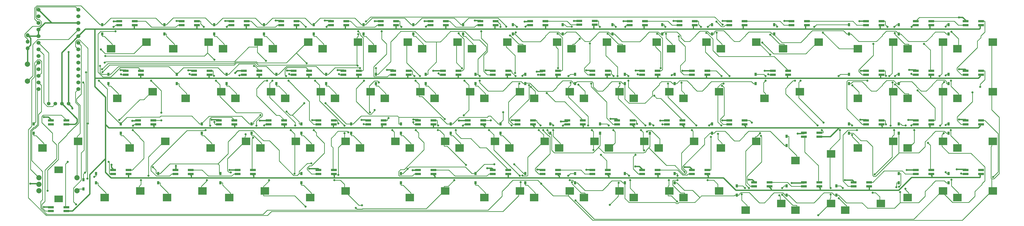
<source format=gbl>
G04 #@! TF.GenerationSoftware,KiCad,Pcbnew,(5.1.12)-1*
G04 #@! TF.CreationDate,2023-11-04T13:46:32+09:00*
G04 #@! TF.ProjectId,jtnk66w,6a746e6b-3636-4772-9e6b-696361645f70,rev?*
G04 #@! TF.SameCoordinates,Original*
G04 #@! TF.FileFunction,Copper,L2,Bot*
G04 #@! TF.FilePolarity,Positive*
%FSLAX46Y46*%
G04 Gerber Fmt 4.6, Leading zero omitted, Abs format (unit mm)*
G04 Created by KiCad (PCBNEW (5.1.12)-1) date 2023-11-04 13:46:32*
%MOMM*%
%LPD*%
G01*
G04 APERTURE LIST*
G04 #@! TA.AperFunction,SMDPad,CuDef*
%ADD10R,3.300000X3.000000*%
G04 #@! TD*
G04 #@! TA.AperFunction,ComponentPad*
%ADD11C,1.524000*%
G04 #@! TD*
G04 #@! TA.AperFunction,ComponentPad*
%ADD12C,2.000000*%
G04 #@! TD*
G04 #@! TA.AperFunction,ComponentPad*
%ADD13R,3.200000X2.500000*%
G04 #@! TD*
G04 #@! TA.AperFunction,ComponentPad*
%ADD14C,1.397000*%
G04 #@! TD*
G04 #@! TA.AperFunction,SMDPad,CuDef*
%ADD15R,2.200000X0.820000*%
G04 #@! TD*
G04 #@! TA.AperFunction,ComponentPad*
%ADD16O,1.500000X1.500000*%
G04 #@! TD*
G04 #@! TA.AperFunction,SMDPad,CuDef*
%ADD17R,0.950000X1.300000*%
G04 #@! TD*
G04 #@! TA.AperFunction,ViaPad*
%ADD18C,0.800000*%
G04 #@! TD*
G04 #@! TA.AperFunction,Conductor*
%ADD19C,0.250000*%
G04 #@! TD*
G04 #@! TA.AperFunction,Conductor*
%ADD20C,0.500000*%
G04 #@! TD*
G04 APERTURE END LIST*
D10*
X305794000Y-67032500D03*
X319394000Y-64492500D03*
X170062000Y-105132000D03*
X183662000Y-102592000D03*
X131962000Y-105132000D03*
X145562000Y-102592000D03*
X62906200Y-86082500D03*
X76506200Y-83542500D03*
D11*
X43282400Y-35528200D03*
X43282400Y-38068200D03*
X43282400Y-40608200D03*
X43282400Y-43148200D03*
X43282400Y-45688200D03*
X43282400Y-48228200D03*
X43282400Y-50768200D03*
X43282400Y-53308200D03*
X43282400Y-55848200D03*
X43282400Y-58388200D03*
X43282400Y-60928200D03*
X43282400Y-63468200D03*
X28062400Y-63468200D03*
X28062400Y-60928200D03*
X28062400Y-58388200D03*
X28062400Y-55848200D03*
X28062400Y-53308200D03*
X28062400Y-50768200D03*
X28062400Y-48228200D03*
X28062400Y-45688200D03*
X28062400Y-43148200D03*
X28062400Y-40608200D03*
X28062400Y-38068200D03*
X28062400Y-35528200D03*
X28062400Y-32988200D03*
X43282400Y-32988200D03*
D12*
X23812500Y-53900000D03*
X23812500Y-60400000D03*
D10*
X379612000Y-105132000D03*
X393212000Y-102592000D03*
X379612000Y-86082500D03*
X393212000Y-83542500D03*
X379612000Y-67032500D03*
X393212000Y-64492500D03*
X379612000Y-47982500D03*
X393212000Y-45442500D03*
X360562000Y-105132000D03*
X374162000Y-102592000D03*
X360562000Y-86082500D03*
X374162000Y-83542500D03*
X360562000Y-67032500D03*
X374162000Y-64492500D03*
X360562000Y-47982500D03*
X374162000Y-45442500D03*
X336750000Y-109895000D03*
X350350000Y-107355000D03*
X341512000Y-86082500D03*
X355112000Y-83542500D03*
X341512000Y-67032500D03*
X355112000Y-64492500D03*
X341512000Y-47982500D03*
X355112000Y-45442500D03*
X312938000Y-47982500D03*
X326538000Y-45442500D03*
X317700000Y-109895000D03*
X331300000Y-107355000D03*
X317700000Y-90845000D03*
X331300000Y-88305000D03*
X289125000Y-47982500D03*
X302725000Y-45442500D03*
X298650000Y-109895000D03*
X312250000Y-107355000D03*
X289125000Y-86082500D03*
X302725000Y-83542500D03*
X274838000Y-67032500D03*
X288438000Y-64492500D03*
X270075000Y-47982500D03*
X283675000Y-45442500D03*
X274838000Y-105132000D03*
X288438000Y-102592000D03*
X265312000Y-86082500D03*
X278912000Y-83542500D03*
X255788000Y-67032500D03*
X269388000Y-64492500D03*
X251025000Y-47982500D03*
X264625000Y-45442500D03*
X255788000Y-105132000D03*
X269388000Y-102592000D03*
X246262000Y-86082500D03*
X259862000Y-83542500D03*
X236738000Y-67032500D03*
X250338000Y-64492500D03*
X231975000Y-47982500D03*
X245575000Y-45442500D03*
X236738000Y-105132000D03*
X250338000Y-102592000D03*
X227212000Y-86082500D03*
X240812000Y-83542500D03*
X217688000Y-67032500D03*
X231288000Y-64492500D03*
X212925000Y-47982500D03*
X226525000Y-45442500D03*
X217688000Y-105132000D03*
X231288000Y-102592000D03*
X208162000Y-86082500D03*
X221762000Y-83542500D03*
X198638000Y-67032500D03*
X212238000Y-64492500D03*
X193875000Y-47982500D03*
X207475000Y-45442500D03*
X198638000Y-105132000D03*
X212238000Y-102592000D03*
X189112000Y-86082500D03*
X202712000Y-83542500D03*
X179588000Y-67032500D03*
X193188000Y-64492500D03*
X174825000Y-47982500D03*
X188425000Y-45442500D03*
X170062000Y-86082500D03*
X183662000Y-83542500D03*
X160538000Y-67032500D03*
X174138000Y-64492500D03*
X155775000Y-47982500D03*
X169375000Y-45442500D03*
X151012000Y-86082500D03*
X164612000Y-83542500D03*
X141488000Y-67032500D03*
X155088000Y-64492500D03*
X136725000Y-47982500D03*
X150325000Y-45442500D03*
X131962000Y-86082500D03*
X145562000Y-83542500D03*
X122438000Y-67032500D03*
X136038000Y-64492500D03*
X117675000Y-47982500D03*
X131275000Y-45442500D03*
X101006000Y-105132000D03*
X114606000Y-102592000D03*
X112912000Y-86082500D03*
X126512000Y-83542500D03*
X103388000Y-67032500D03*
X116988000Y-64492500D03*
X98625000Y-47982500D03*
X112225000Y-45442500D03*
X77193800Y-105132000D03*
X90793800Y-102592000D03*
X93862000Y-86082500D03*
X107462000Y-83542500D03*
X84337500Y-67032500D03*
X97937500Y-64492500D03*
X79575000Y-47982500D03*
X93175000Y-45442500D03*
X53381200Y-105132000D03*
X66981200Y-102592000D03*
X58143800Y-67032500D03*
X71743800Y-64492500D03*
X55762500Y-47982500D03*
X69362500Y-45442500D03*
D12*
X42718800Y-102512000D03*
X42718800Y-97512000D03*
D13*
X35718800Y-105612000D03*
X35718800Y-94412000D03*
D12*
X28218800Y-102512000D03*
X28218800Y-100012000D03*
X28218800Y-97512000D03*
D10*
X29568800Y-86082500D03*
X43168800Y-83542500D03*
D14*
X39528800Y-69056200D03*
X36988800Y-69056200D03*
X34448800Y-69056200D03*
X31908800Y-69056200D03*
D15*
X382812000Y-96000000D03*
X382812000Y-94500000D03*
X388712000Y-94500000D03*
X388712000Y-96000000D03*
X382812000Y-76950000D03*
X382812000Y-75450000D03*
X388712000Y-75450000D03*
X388712000Y-76950000D03*
X382812000Y-57900000D03*
X382812000Y-56400000D03*
X388712000Y-56400000D03*
X388712000Y-57900000D03*
X382812000Y-38850000D03*
X382812000Y-37350000D03*
X388712000Y-37350000D03*
X388712000Y-38850000D03*
X363762000Y-38850000D03*
X363762000Y-37350000D03*
X369662000Y-37350000D03*
X369662000Y-38850000D03*
X363762000Y-57900000D03*
X363762000Y-56400000D03*
X369662000Y-56400000D03*
X369662000Y-57900000D03*
X363762000Y-76950000D03*
X363762000Y-75450000D03*
X369662000Y-75450000D03*
X369662000Y-76950000D03*
X363762000Y-96000000D03*
X363762000Y-94500000D03*
X369662000Y-94500000D03*
X369662000Y-96000000D03*
X339950000Y-100762000D03*
X339950000Y-99262000D03*
X345850000Y-99262000D03*
X345850000Y-100762000D03*
X344712000Y-76950000D03*
X344712000Y-75450000D03*
X350612000Y-75450000D03*
X350612000Y-76950000D03*
X344712000Y-57900000D03*
X344712000Y-56400000D03*
X350612000Y-56400000D03*
X350612000Y-57900000D03*
X344712000Y-38850000D03*
X344712000Y-37350000D03*
X350612000Y-37350000D03*
X350612000Y-38850000D03*
X316138000Y-38850000D03*
X316138000Y-37350000D03*
X322038000Y-37350000D03*
X322038000Y-38850000D03*
X292325000Y-38850000D03*
X292325000Y-37350000D03*
X298225000Y-37350000D03*
X298225000Y-38850000D03*
X308994000Y-57900000D03*
X308994000Y-56400000D03*
X314894000Y-56400000D03*
X314894000Y-57900000D03*
X320900000Y-81712500D03*
X320900000Y-80212500D03*
X326800000Y-80212500D03*
X326800000Y-81712500D03*
X320900000Y-100762000D03*
X320900000Y-99262000D03*
X326800000Y-99262000D03*
X326800000Y-100762000D03*
X301850000Y-100762000D03*
X301850000Y-99262000D03*
X307750000Y-99262000D03*
X307750000Y-100762000D03*
X292325000Y-76950000D03*
X292325000Y-75450000D03*
X298225000Y-75450000D03*
X298225000Y-76950000D03*
X278038000Y-57900000D03*
X278038000Y-56400000D03*
X283938000Y-56400000D03*
X283938000Y-57900000D03*
X273275000Y-38850000D03*
X273275000Y-37350000D03*
X279175000Y-37350000D03*
X279175000Y-38850000D03*
X254225000Y-38850000D03*
X254225000Y-37350000D03*
X260125000Y-37350000D03*
X260125000Y-38850000D03*
X258988000Y-57900000D03*
X258988000Y-56400000D03*
X264888000Y-56400000D03*
X264888000Y-57900000D03*
X268512000Y-76950000D03*
X268512000Y-75450000D03*
X274412000Y-75450000D03*
X274412000Y-76950000D03*
X278038000Y-96000000D03*
X278038000Y-94500000D03*
X283938000Y-94500000D03*
X283938000Y-96000000D03*
X258988000Y-96000000D03*
X258988000Y-94500000D03*
X264888000Y-94500000D03*
X264888000Y-96000000D03*
X249462000Y-76950000D03*
X249462000Y-75450000D03*
X255362000Y-75450000D03*
X255362000Y-76950000D03*
X239938000Y-57900000D03*
X239938000Y-56400000D03*
X245838000Y-56400000D03*
X245838000Y-57900000D03*
X234956000Y-38750000D03*
X234956000Y-37250000D03*
X240856000Y-37250000D03*
X240856000Y-38750000D03*
X216125000Y-38850000D03*
X216125000Y-37350000D03*
X222025000Y-37350000D03*
X222025000Y-38850000D03*
X220888000Y-57900000D03*
X220888000Y-56400000D03*
X226788000Y-56400000D03*
X226788000Y-57900000D03*
X230412000Y-76950000D03*
X230412000Y-75450000D03*
X236312000Y-75450000D03*
X236312000Y-76950000D03*
X239938000Y-96000000D03*
X239938000Y-94500000D03*
X245838000Y-94500000D03*
X245838000Y-96000000D03*
X220888000Y-96000000D03*
X220888000Y-94500000D03*
X226788000Y-94500000D03*
X226788000Y-96000000D03*
X211362000Y-76950000D03*
X211362000Y-75450000D03*
X217262000Y-75450000D03*
X217262000Y-76950000D03*
X201838000Y-57900000D03*
X201838000Y-56400000D03*
X207738000Y-56400000D03*
X207738000Y-57900000D03*
X197075000Y-38850000D03*
X197075000Y-37350000D03*
X202975000Y-37350000D03*
X202975000Y-38850000D03*
X178025000Y-38850000D03*
X178025000Y-37350000D03*
X183925000Y-37350000D03*
X183925000Y-38850000D03*
X182788000Y-57900000D03*
X182788000Y-56400000D03*
X188688000Y-56400000D03*
X188688000Y-57900000D03*
X192312000Y-76950000D03*
X192312000Y-75450000D03*
X198212000Y-75450000D03*
X198212000Y-76950000D03*
X201838000Y-96000000D03*
X201838000Y-94500000D03*
X207738000Y-94500000D03*
X207738000Y-96000000D03*
X173262000Y-96000000D03*
X173262000Y-94500000D03*
X179162000Y-94500000D03*
X179162000Y-96000000D03*
X173262000Y-76950000D03*
X173262000Y-75450000D03*
X179162000Y-75450000D03*
X179162000Y-76950000D03*
X163738000Y-57900000D03*
X163738000Y-56400000D03*
X169638000Y-56400000D03*
X169638000Y-57900000D03*
X158975000Y-38850000D03*
X158975000Y-37350000D03*
X164875000Y-37350000D03*
X164875000Y-38850000D03*
X139925000Y-38850000D03*
X139925000Y-37350000D03*
X145825000Y-37350000D03*
X145825000Y-38850000D03*
X144688000Y-57900000D03*
X144688000Y-56400000D03*
X150588000Y-56400000D03*
X150588000Y-57900000D03*
X154212000Y-76950000D03*
X154212000Y-75450000D03*
X160112000Y-75450000D03*
X160112000Y-76950000D03*
X135162000Y-96000000D03*
X135162000Y-94500000D03*
X141062000Y-94500000D03*
X141062000Y-96000000D03*
X135162000Y-76950000D03*
X135162000Y-75450000D03*
X141062000Y-75450000D03*
X141062000Y-76950000D03*
X125638000Y-57900000D03*
X125638000Y-56400000D03*
X131538000Y-56400000D03*
X131538000Y-57900000D03*
X120875000Y-38850000D03*
X120875000Y-37350000D03*
X126775000Y-37350000D03*
X126775000Y-38850000D03*
X101825000Y-38850000D03*
X101825000Y-37350000D03*
X107725000Y-37350000D03*
X107725000Y-38850000D03*
X106588000Y-57900000D03*
X106588000Y-56400000D03*
X112488000Y-56400000D03*
X112488000Y-57900000D03*
X116112000Y-76950000D03*
X116112000Y-75450000D03*
X122012000Y-75450000D03*
X122012000Y-76950000D03*
X104206000Y-96000000D03*
X104206000Y-94500000D03*
X110106000Y-94500000D03*
X110106000Y-96000000D03*
X80393800Y-96000000D03*
X80393800Y-94500000D03*
X86293800Y-94500000D03*
X86293800Y-96000000D03*
X97062000Y-76950000D03*
X97062000Y-75450000D03*
X102962000Y-75450000D03*
X102962000Y-76950000D03*
X87537500Y-57900000D03*
X87537500Y-56400000D03*
X93437500Y-56400000D03*
X93437500Y-57900000D03*
X82775000Y-38850000D03*
X82775000Y-37350000D03*
X88675000Y-37350000D03*
X88675000Y-38850000D03*
X58962500Y-38850000D03*
X58962500Y-37350000D03*
X64862500Y-37350000D03*
X64862500Y-38850000D03*
X61343800Y-57900000D03*
X61343800Y-56400000D03*
X67243800Y-56400000D03*
X67243800Y-57900000D03*
X66106200Y-76950000D03*
X66106200Y-75450000D03*
X72006200Y-75450000D03*
X72006200Y-76950000D03*
X56581200Y-96000000D03*
X56581200Y-94500000D03*
X62481200Y-94500000D03*
X62481200Y-96000000D03*
X32768800Y-110288000D03*
X32768800Y-108788000D03*
X38668800Y-108788000D03*
X38668800Y-110288000D03*
X32768800Y-76950000D03*
X32768800Y-75450000D03*
X38668800Y-75450000D03*
X38668800Y-76950000D03*
D16*
X23862500Y-47743800D03*
X23862500Y-45243800D03*
X23862500Y-42743800D03*
D17*
X376238000Y-99406200D03*
X376238000Y-95856200D03*
X376238000Y-80356200D03*
X376238000Y-76806200D03*
X376238000Y-61306200D03*
X376238000Y-57756200D03*
X376238000Y-42256200D03*
X376238000Y-38706200D03*
X357188000Y-99406200D03*
X357188000Y-95856200D03*
X357188000Y-80356200D03*
X357188000Y-76806200D03*
X357188000Y-61306200D03*
X357188000Y-57756200D03*
X357188000Y-42256200D03*
X357188000Y-38706200D03*
X333375000Y-104169000D03*
X333375000Y-100619000D03*
X338138000Y-80356200D03*
X338138000Y-76806200D03*
X338138000Y-61306200D03*
X338138000Y-57756200D03*
X338138000Y-42256200D03*
X338138000Y-38706200D03*
X309562000Y-42256200D03*
X309562000Y-38706200D03*
X314325000Y-104169000D03*
X314325000Y-100619000D03*
X314325000Y-85118800D03*
X314325000Y-81568800D03*
X302419000Y-61306200D03*
X302419000Y-57756200D03*
X285750000Y-42256200D03*
X285750000Y-38706200D03*
X295275000Y-104169000D03*
X295275000Y-100619000D03*
X285750000Y-80356200D03*
X285750000Y-76806200D03*
X271462000Y-61306200D03*
X271462000Y-57756200D03*
X266700000Y-42256200D03*
X266700000Y-38706200D03*
X271462000Y-99406200D03*
X271462000Y-95856200D03*
X261938000Y-80356200D03*
X261938000Y-76806200D03*
X252412000Y-61306200D03*
X252412000Y-57756200D03*
X247650000Y-42256200D03*
X247650000Y-38706200D03*
X252412000Y-99406200D03*
X252412000Y-95856200D03*
X242888000Y-80356200D03*
X242888000Y-76806200D03*
X233362000Y-61306200D03*
X233362000Y-57756200D03*
X228600000Y-42256200D03*
X228600000Y-38706200D03*
X233362000Y-99406200D03*
X233362000Y-95856200D03*
X223838000Y-80356200D03*
X223838000Y-76806200D03*
X214312000Y-61306200D03*
X214312000Y-57756200D03*
X209550000Y-42256200D03*
X209550000Y-38706200D03*
X214312000Y-99406200D03*
X214312000Y-95856200D03*
X204788000Y-80356200D03*
X204788000Y-76806200D03*
X195262000Y-61306200D03*
X195262000Y-57756200D03*
X190500000Y-42256200D03*
X190500000Y-38706200D03*
X195262000Y-99406200D03*
X195262000Y-95856200D03*
X185738000Y-80356200D03*
X185738000Y-76806200D03*
X176212000Y-61306200D03*
X176212000Y-57756200D03*
X171450000Y-42256200D03*
X171450000Y-38706200D03*
X166688000Y-99406200D03*
X166688000Y-95856200D03*
X166688000Y-80356200D03*
X166688000Y-76806200D03*
X157162000Y-61306200D03*
X157162000Y-57756200D03*
X152400000Y-42256200D03*
X152400000Y-38706200D03*
X147638000Y-80356200D03*
X147638000Y-76806200D03*
X138112000Y-61306200D03*
X138112000Y-57756200D03*
X133350000Y-42256200D03*
X133350000Y-38706200D03*
X128588000Y-99406200D03*
X128588000Y-95856200D03*
X128588000Y-80356200D03*
X128588000Y-76806200D03*
X119062000Y-61306200D03*
X119062000Y-57756200D03*
X114300000Y-42256200D03*
X114300000Y-38706200D03*
X97631200Y-99406200D03*
X97631200Y-95856200D03*
X109538000Y-80356200D03*
X109538000Y-76806200D03*
X100012000Y-61306200D03*
X100012000Y-57756200D03*
X95250000Y-42256200D03*
X95250000Y-38706200D03*
X73818800Y-99406200D03*
X73818800Y-95856200D03*
X90487500Y-80356200D03*
X90487500Y-76806200D03*
X80962500Y-61306200D03*
X80962500Y-57756200D03*
X76200000Y-42256200D03*
X76200000Y-38706200D03*
X50006200Y-99406200D03*
X50006200Y-95856200D03*
X59531200Y-80356200D03*
X59531200Y-76806200D03*
X54768800Y-61306200D03*
X54768800Y-57756200D03*
X52387500Y-42256200D03*
X52387500Y-38706200D03*
X45243800Y-101787000D03*
X45243800Y-98237000D03*
X26193800Y-80356200D03*
X26193800Y-76806200D03*
D18*
X51110800Y-60193100D03*
X222744600Y-79169600D03*
X205864600Y-72355400D03*
X137832600Y-68859200D03*
X129701200Y-68859200D03*
X122963400Y-72034100D03*
X112954600Y-73389600D03*
X231336200Y-98419800D03*
X210085000Y-92288300D03*
X202454500Y-92288300D03*
X169290700Y-94084000D03*
X132433500Y-91944600D03*
X46203800Y-56992800D03*
X357733800Y-102969300D03*
X356316600Y-101146200D03*
X71831000Y-93391000D03*
X49391000Y-97112200D03*
X45769200Y-95510200D03*
X210627100Y-41639500D03*
X206975500Y-39437600D03*
X157124600Y-55357700D03*
X151037200Y-55357700D03*
X51567500Y-54578200D03*
X196858500Y-58444500D03*
X196858500Y-60208200D03*
X208463600Y-42848400D03*
X211109600Y-39541300D03*
X216442100Y-62572800D03*
X213206500Y-58353600D03*
X224993200Y-79172200D03*
X224993200Y-77427900D03*
X232118000Y-99190200D03*
X230702300Y-96710500D03*
X235084800Y-44148200D03*
X232084000Y-39518700D03*
X234602700Y-61710500D03*
X230828900Y-58477800D03*
X246233000Y-77445400D03*
X247954000Y-79166400D03*
X253972000Y-96694000D03*
X254426800Y-98413600D03*
X245755500Y-42201500D03*
X248963600Y-39541300D03*
X253739900Y-60204100D03*
X253739900Y-58469200D03*
X260846000Y-79818200D03*
X263292200Y-77432700D03*
X272553900Y-96706000D03*
X272553900Y-98415200D03*
X267870600Y-39529000D03*
X268162100Y-42199800D03*
X274027000Y-60978200D03*
X270360300Y-58081200D03*
X284652800Y-77433100D03*
X288010200Y-80584400D03*
X297111400Y-103846300D03*
X298402500Y-101459600D03*
X287527700Y-41726500D03*
X284122800Y-39541300D03*
X306251200Y-60205000D03*
X306251200Y-58471500D03*
X312557500Y-103989500D03*
X312557500Y-101449400D03*
X308006200Y-42536800D03*
X310683600Y-39500500D03*
X328170700Y-41726500D03*
X324848600Y-39541300D03*
X339442700Y-62020000D03*
X334141000Y-58460300D03*
X339331500Y-81087500D03*
X339331500Y-77424000D03*
X334255200Y-105326900D03*
X335799400Y-101461000D03*
X355681800Y-41918000D03*
X355508900Y-39545000D03*
X355750000Y-61701100D03*
X355750000Y-58477700D03*
X359873400Y-77419000D03*
X363163900Y-79205900D03*
X359770900Y-101678000D03*
X357325900Y-100958800D03*
X377339100Y-41396800D03*
X375158400Y-39509900D03*
X377179500Y-60201700D03*
X375152000Y-58174200D03*
X377070300Y-79181000D03*
X375148300Y-77259000D03*
X377339100Y-98244100D03*
X375133600Y-95399600D03*
X30090000Y-108750000D03*
X299840000Y-98230000D03*
X318540000Y-80510000D03*
X316240000Y-99490000D03*
X313430000Y-37250000D03*
X305900000Y-56440000D03*
X289820000Y-37310000D03*
X289620000Y-75490000D03*
X271010000Y-37250000D03*
X274440000Y-56380000D03*
X251910000Y-37400000D03*
X256510000Y-56300000D03*
X265960000Y-75550000D03*
X275220000Y-93440000D03*
X278388000Y-94500000D03*
X232910000Y-37260000D03*
X237610000Y-56260000D03*
X246890000Y-74890000D03*
X256370000Y-93150000D03*
X214030000Y-37490000D03*
X218678000Y-56712000D03*
X227890000Y-75860000D03*
X237650000Y-94440000D03*
X194990000Y-37140000D03*
X199120000Y-56250000D03*
X209110000Y-75390000D03*
X218860000Y-94350000D03*
X199690000Y-93840000D03*
X175800000Y-37370000D03*
X179040000Y-56430000D03*
X188930000Y-75520000D03*
X156760000Y-37390000D03*
X161402000Y-56098000D03*
X171470000Y-75140000D03*
X171190000Y-94590000D03*
X137550000Y-37140000D03*
X142480000Y-56190000D03*
X151640000Y-75260000D03*
X118750000Y-37140000D03*
X123100000Y-56320000D03*
X132720000Y-75400000D03*
X131569000Y-94039500D03*
X99480000Y-37260000D03*
X103320000Y-57240000D03*
X112670000Y-75550000D03*
X80900000Y-37310000D03*
X85370000Y-56240000D03*
X101120000Y-94550000D03*
X80590000Y-92890000D03*
X94270000Y-75230000D03*
X24900000Y-99800000D03*
X56790000Y-37480000D03*
X59400000Y-56160000D03*
X63910000Y-75620000D03*
X55940000Y-92510000D03*
X342170000Y-37390000D03*
X342670000Y-56390000D03*
X342510000Y-75170000D03*
X336570000Y-98440000D03*
X361150000Y-56040000D03*
X360860000Y-75290000D03*
X360230000Y-94500000D03*
X380260000Y-75110000D03*
X380240000Y-55840000D03*
X379380000Y-94300000D03*
X380260000Y-35890000D03*
X30070000Y-74200000D03*
X41000000Y-70850000D03*
X39528800Y-49221200D03*
X54824800Y-91395100D03*
X39162900Y-91395100D03*
X64171900Y-77459200D03*
X64121500Y-79180400D03*
X59637900Y-57773600D03*
X71102200Y-60196200D03*
X75040000Y-75430000D03*
X75040000Y-72480000D03*
X56694300Y-39548300D03*
X57526000Y-41281000D03*
X85815800Y-57671900D03*
X91270400Y-39541300D03*
X95325800Y-76093800D03*
X95137600Y-58397300D03*
X91972800Y-79182200D03*
X93696300Y-77458700D03*
X114380000Y-77444300D03*
X110112000Y-82103300D03*
X104885400Y-58200100D03*
X115495400Y-60209600D03*
X100119600Y-39541300D03*
X110501700Y-54548300D03*
X123920000Y-57711900D03*
X130302700Y-39531100D03*
X123675000Y-60196200D03*
X122765000Y-58471500D03*
X133327200Y-79181700D03*
X142778700Y-76676500D03*
X152471000Y-76874200D03*
X146546000Y-80047000D03*
X142975600Y-57646900D03*
X152563400Y-60196200D03*
X156640500Y-71452400D03*
X162003500Y-74505400D03*
X138246500Y-39541300D03*
X150330000Y-41276700D03*
X159338200Y-41273300D03*
X166907300Y-39541300D03*
X171492600Y-76155100D03*
X171896800Y-58474800D03*
X172409300Y-79183500D03*
X180941300Y-77427100D03*
X190381300Y-77455600D03*
X187702600Y-79184900D03*
X181077400Y-57454100D03*
X201120000Y-75440000D03*
X176316200Y-39496800D03*
X188804500Y-42007500D03*
X197438200Y-41273300D03*
X204811300Y-39530300D03*
X215701100Y-61889300D03*
X210548600Y-58458500D03*
X221118600Y-79167100D03*
X220127000Y-77442600D03*
X243261700Y-88695500D03*
X228698000Y-77458100D03*
X219171700Y-57952600D03*
X222509700Y-64985400D03*
X214414400Y-39487400D03*
X226673400Y-42208000D03*
X239041000Y-45940000D03*
X242828800Y-39541300D03*
X239533400Y-61363400D03*
X248095800Y-58456200D03*
X256424000Y-88661700D03*
X257078200Y-76828900D03*
X266808300Y-77005000D03*
X285327500Y-81839000D03*
X257281900Y-57756900D03*
X263671600Y-66008600D03*
X252538100Y-39541300D03*
X264769900Y-42204500D03*
X273050900Y-43209500D03*
X281515000Y-39541300D03*
X289556600Y-62138400D03*
X289409500Y-58457200D03*
X304458700Y-81412100D03*
X301000400Y-76308600D03*
X307272600Y-57756900D03*
X317516700Y-60196200D03*
X326110300Y-77449500D03*
X327765900Y-79198900D03*
X287410800Y-37533500D03*
X283551100Y-41884200D03*
X347491300Y-46040800D03*
X352896900Y-39541300D03*
X345196200Y-60210500D03*
X352318900Y-58378000D03*
X341171100Y-79181700D03*
X352317800Y-76971500D03*
X362027800Y-77367500D03*
X368372100Y-84128200D03*
X362036500Y-57571900D03*
X364386800Y-63945000D03*
X362083900Y-39556800D03*
X366871000Y-46040800D03*
X385412000Y-64702500D03*
X388367700Y-62610200D03*
X381099700Y-95905000D03*
X393283400Y-97199800D03*
X240362000Y-86788000D03*
X250024300Y-99414200D03*
X226849700Y-55357700D03*
X231632700Y-60965100D03*
X238343100Y-77439300D03*
X239790700Y-79182100D03*
X246651000Y-107857400D03*
X31466800Y-102512000D03*
X259755800Y-87015700D03*
X269277400Y-98446900D03*
X70089400Y-96684600D03*
X58912200Y-75324200D03*
X46942500Y-76606100D03*
X272369900Y-106653400D03*
X46767900Y-97855600D03*
X250454500Y-61277500D03*
X249592000Y-58444700D03*
X258546100Y-79172700D03*
X260275100Y-77443700D03*
X67246800Y-98446900D03*
X51893400Y-48228200D03*
X275249200Y-95290600D03*
X107300200Y-80774200D03*
X111418800Y-77455500D03*
X266088100Y-55357700D03*
X268928200Y-61284800D03*
X284028000Y-98443200D03*
X101613600Y-95481200D03*
X92416300Y-98414000D03*
X53578300Y-50768200D03*
X278038300Y-79181700D03*
X279777400Y-77442600D03*
X95927100Y-60207400D03*
X95342300Y-52198500D03*
X299916800Y-101471800D03*
X130249500Y-108585000D03*
X117510300Y-60186900D03*
X115094800Y-52640100D03*
X124554800Y-79181700D03*
X126235900Y-77428000D03*
X304142400Y-80381700D03*
X289275700Y-77444000D03*
X290134700Y-61300300D03*
X292463900Y-58467300D03*
X126001500Y-95910200D03*
X116210200Y-98414000D03*
X53358700Y-53308200D03*
X311487400Y-104223400D03*
X145146300Y-80385300D03*
X145146300Y-77455800D03*
X52325400Y-55848200D03*
X308043000Y-50206400D03*
X319587700Y-60212500D03*
X141200600Y-98443200D03*
X142780200Y-96355200D03*
X133893700Y-60205000D03*
X130663600Y-53521100D03*
X326371300Y-111833700D03*
X328432700Y-76338500D03*
X334723600Y-79219100D03*
X331108200Y-103933600D03*
X331108200Y-101462300D03*
X151780000Y-108070000D03*
X52489500Y-56944400D03*
X150400700Y-42372900D03*
X153345200Y-37487500D03*
X289807900Y-38749800D03*
X305009900Y-45555300D03*
X158249000Y-60869400D03*
X150115700Y-54496000D03*
X154869800Y-72391200D03*
X163393800Y-79191800D03*
X354089700Y-77453500D03*
X355451300Y-79198700D03*
X183470700Y-74944100D03*
X180868000Y-79181700D03*
X149427200Y-109032600D03*
X42417600Y-107698100D03*
X45113400Y-60928200D03*
X347231300Y-103214700D03*
X347951500Y-96203500D03*
X191627600Y-92583600D03*
X187154500Y-98414000D03*
X172269400Y-60196200D03*
X174004000Y-58461600D03*
X354831400Y-60911300D03*
X353589400Y-58470400D03*
X233553000Y-106228400D03*
X212172600Y-96689000D03*
X212530900Y-99129800D03*
X190113100Y-55448400D03*
X191019200Y-60205000D03*
X374569400Y-60690400D03*
X372823100Y-58471900D03*
X200440500Y-79169300D03*
X190715400Y-73505300D03*
X374390800Y-80341600D03*
X373018300Y-77453500D03*
X220384200Y-99749600D03*
X213209100Y-96646600D03*
X219492500Y-79181700D03*
X209006700Y-77415600D03*
X212027600Y-61341100D03*
X210366000Y-57237100D03*
D19*
X26193800Y-80356200D02*
X26193800Y-81331300D01*
X30018800Y-86082500D02*
X30018800Y-84257400D01*
X26193800Y-81331300D02*
X27092700Y-81331300D01*
X27092700Y-81331300D02*
X30018800Y-84257400D01*
X242261800Y-85757800D02*
X244417800Y-87913800D01*
X244417800Y-87913800D02*
X259548500Y-87913800D01*
X259548500Y-87913800D02*
X259721500Y-87740800D01*
X259721500Y-87740800D02*
X260056200Y-87740800D01*
X260056200Y-87740800D02*
X260480900Y-87316100D01*
X260480900Y-87316100D02*
X260480900Y-86981400D01*
X260480900Y-86981400D02*
X261517700Y-85944600D01*
X223838000Y-80356200D02*
X224373700Y-80891900D01*
X224373700Y-80891900D02*
X224373800Y-80891900D01*
X224373800Y-80891900D02*
X224373800Y-86899500D01*
X224373800Y-86899500D02*
X225413200Y-87938900D01*
X225413200Y-87938900D02*
X240236500Y-87938900D01*
X240236500Y-87938900D02*
X242261800Y-85913600D01*
X242261800Y-85913600D02*
X242261800Y-85757800D01*
X261517700Y-85944600D02*
X261938000Y-85524300D01*
X261938000Y-85524300D02*
X261938000Y-80356200D01*
X284949900Y-80356200D02*
X282900900Y-82405200D01*
X282900900Y-82405200D02*
X282900900Y-84711600D01*
X282900900Y-84711600D02*
X274485900Y-93126600D01*
X274485900Y-93126600D02*
X274485900Y-93745100D01*
X274485900Y-93745100D02*
X275215900Y-94475100D01*
X275215900Y-94475100D02*
X275459400Y-94475100D01*
X275459400Y-94475100D02*
X276016700Y-95032400D01*
X276016700Y-95032400D02*
X276016700Y-95548600D01*
X276016700Y-95548600D02*
X275549600Y-96015700D01*
X275549600Y-96015700D02*
X274753300Y-96015700D01*
X274753300Y-96015700D02*
X271513400Y-92775800D01*
X271513400Y-92775800D02*
X268348900Y-92775800D01*
X268348900Y-92775800D02*
X261517700Y-85944600D01*
X285750000Y-80356200D02*
X284949900Y-80356200D01*
X242888000Y-80356200D02*
X242888000Y-85131600D01*
X242888000Y-85131600D02*
X242261800Y-85757800D01*
X147638000Y-76806200D02*
X145779600Y-76806200D01*
X145779600Y-76806200D02*
X137832600Y-68859200D01*
X108737900Y-76806200D02*
X105755800Y-73824100D01*
X105755800Y-73824100D02*
X93269600Y-73824100D01*
X93269600Y-73824100D02*
X90287500Y-76806200D01*
X109538000Y-76806200D02*
X108737900Y-76806200D01*
X90487500Y-76806200D02*
X90287500Y-76806200D01*
X59331200Y-76806200D02*
X54364200Y-71839200D01*
X54364200Y-71839200D02*
X54364200Y-63446500D01*
X54364200Y-63446500D02*
X51110800Y-60193100D01*
X165887900Y-74268800D02*
X181763900Y-74268800D01*
X181763900Y-74268800D02*
X184301300Y-76806200D01*
X184301300Y-76806200D02*
X184937900Y-76806200D01*
X203987900Y-76806200D02*
X200962000Y-73780300D01*
X200962000Y-73780300D02*
X200223300Y-73780300D01*
X200223300Y-73780300D02*
X199734800Y-74268800D01*
X199734800Y-74268800D02*
X189075500Y-74268800D01*
X189075500Y-74268800D02*
X186538100Y-76806200D01*
X223838000Y-80356200D02*
X223037900Y-80356200D01*
X223037900Y-80356200D02*
X223037900Y-79462900D01*
X223037900Y-79462900D02*
X222744600Y-79169600D01*
X204388000Y-76806200D02*
X205864600Y-75329600D01*
X205864600Y-75329600D02*
X205864600Y-72355400D01*
X204388000Y-76806200D02*
X203987900Y-76806200D01*
X204788000Y-76806200D02*
X204388000Y-76806200D01*
X185738000Y-76806200D02*
X186538100Y-76806200D01*
X185538000Y-76806200D02*
X185738000Y-76806200D01*
X185538000Y-76806200D02*
X184937900Y-76806200D01*
X112954600Y-73389600D02*
X110338100Y-76006100D01*
X110338100Y-76006100D02*
X110338100Y-76806200D01*
X165887900Y-74268800D02*
X165399400Y-73780300D01*
X165399400Y-73780300D02*
X151464000Y-73780300D01*
X151464000Y-73780300D02*
X148438100Y-76806200D01*
X165887900Y-74268800D02*
X165887900Y-76806200D01*
X147638000Y-76806200D02*
X148438100Y-76806200D01*
X166688000Y-76806200D02*
X165887900Y-76806200D01*
X128588000Y-76806200D02*
X127787900Y-76806200D01*
X125171100Y-73389300D02*
X129701200Y-68859200D01*
X122963400Y-72034100D02*
X124318600Y-73389300D01*
X124318600Y-73389300D02*
X125171100Y-73389300D01*
X127787900Y-76806200D02*
X127787900Y-76006100D01*
X127787900Y-76006100D02*
X125171100Y-73389300D01*
X109538000Y-76806200D02*
X110338100Y-76806200D01*
X59531200Y-76806200D02*
X59331200Y-76806200D01*
X26193800Y-76806200D02*
X26952900Y-76047100D01*
X26952900Y-76047100D02*
X26952900Y-54417700D01*
X26952900Y-54417700D02*
X28062400Y-53308200D01*
X314325000Y-85118800D02*
X313524900Y-85118800D01*
X285750000Y-80356200D02*
X286550100Y-80356200D01*
X286550100Y-80356200D02*
X287306700Y-79599600D01*
X287306700Y-79599600D02*
X290783400Y-79599600D01*
X290783400Y-79599600D02*
X292561500Y-81377700D01*
X292561500Y-81377700D02*
X292561500Y-81542600D01*
X292561500Y-81542600D02*
X294340500Y-83321600D01*
X294340500Y-83321600D02*
X296211800Y-83321600D01*
X296211800Y-83321600D02*
X298155700Y-81377700D01*
X298155700Y-81377700D02*
X298155700Y-81218300D01*
X298155700Y-81218300D02*
X299748600Y-79625400D01*
X299748600Y-79625400D02*
X308031500Y-79625400D01*
X308031500Y-79625400D02*
X313524900Y-85118800D01*
X86664500Y-73783300D02*
X74889704Y-73783300D01*
X74448002Y-74225002D02*
X73751998Y-74225002D01*
X73751998Y-74225002D02*
X73741986Y-74214990D01*
X90287500Y-76806200D02*
X89687400Y-76806200D01*
X73741986Y-74214990D02*
X67146724Y-74214990D01*
X67146724Y-74214990D02*
X67086914Y-74274800D01*
X74889704Y-73783300D02*
X74448002Y-74225002D01*
X61862600Y-74274800D02*
X59331200Y-76806200D01*
X89687400Y-76806200D02*
X86664500Y-73783300D01*
X67086914Y-74274800D02*
X61862600Y-74274800D01*
X45243800Y-101787000D02*
X43443800Y-101787000D01*
X43443800Y-101787000D02*
X42718800Y-102512000D01*
X233362000Y-99406200D02*
X232375600Y-98419800D01*
X232375600Y-98419800D02*
X231336200Y-98419800D01*
X252412000Y-99406200D02*
X251611900Y-99406200D01*
X233362000Y-99406200D02*
X234162100Y-99406200D01*
X234162100Y-99406200D02*
X237137200Y-102381300D01*
X237137200Y-102381300D02*
X243848300Y-102381300D01*
X243848300Y-102381300D02*
X246135200Y-100094400D01*
X246135200Y-100094400D02*
X246135200Y-99918300D01*
X246135200Y-99918300D02*
X247370900Y-98682600D01*
X247370900Y-98682600D02*
X250888300Y-98682600D01*
X250888300Y-98682600D02*
X251611900Y-99406200D01*
X213511900Y-95856200D02*
X213511900Y-95715200D01*
X213511900Y-95715200D02*
X210085000Y-92288300D01*
X313524900Y-104169000D02*
X313524900Y-103931400D01*
X313524900Y-103931400D02*
X312857900Y-103264400D01*
X312857900Y-103264400D02*
X309464100Y-103264400D01*
X309464100Y-103264400D02*
X308047200Y-104681300D01*
X308047200Y-104681300D02*
X308047200Y-104857400D01*
X308047200Y-104857400D02*
X305804400Y-107100200D01*
X305804400Y-107100200D02*
X303831800Y-107100200D01*
X303831800Y-107100200D02*
X301657700Y-104926100D01*
X301657700Y-104926100D02*
X301657700Y-104830800D01*
X301657700Y-104830800D02*
X299948100Y-103121200D01*
X299948100Y-103121200D02*
X296811100Y-103121200D01*
X296811100Y-103121200D02*
X296075100Y-103857200D01*
X296075100Y-103857200D02*
X296075100Y-104169000D01*
X73018700Y-95856200D02*
X73018700Y-94578700D01*
X73018700Y-94578700D02*
X71831000Y-93391000D01*
X73818800Y-95856200D02*
X74618900Y-95856200D01*
X96696500Y-92151900D02*
X97231200Y-92686600D01*
X97231200Y-92686600D02*
X97231200Y-95856200D01*
X74618900Y-95856200D02*
X78323200Y-92151900D01*
X78323200Y-92151900D02*
X96696500Y-92151900D01*
X96696500Y-92151900D02*
X100602100Y-88246300D01*
X100602100Y-88246300D02*
X100602100Y-83702000D01*
X100602100Y-83702000D02*
X103572600Y-80731500D01*
X103572600Y-80731500D02*
X103572600Y-80562600D01*
X103572600Y-80562600D02*
X104754200Y-79381000D01*
X104754200Y-79381000D02*
X110186700Y-79381000D01*
X110186700Y-79381000D02*
X114093400Y-83287700D01*
X114093400Y-83287700D02*
X116410400Y-83287700D01*
X116410400Y-83287700D02*
X120131000Y-87008300D01*
X120131000Y-87008300D02*
X120131000Y-91080100D01*
X120131000Y-91080100D02*
X125686300Y-96635400D01*
X125686300Y-96635400D02*
X127008700Y-96635400D01*
X127008700Y-96635400D02*
X127787900Y-95856200D01*
X73418800Y-95856200D02*
X73818800Y-95856200D01*
X73418800Y-95856200D02*
X73018700Y-95856200D01*
X195062000Y-95856200D02*
X198629900Y-92288300D01*
X198629900Y-92288300D02*
X202454500Y-92288300D01*
X214312000Y-95856200D02*
X213511900Y-95856200D01*
X195062000Y-95856200D02*
X194461900Y-95856200D01*
X195262000Y-95856200D02*
X195062000Y-95856200D01*
X375437900Y-99406200D02*
X374674500Y-98642800D01*
X374674500Y-98642800D02*
X371232800Y-98642800D01*
X371232800Y-98642800D02*
X369959200Y-99916400D01*
X369959200Y-99916400D02*
X369959200Y-100094400D01*
X369959200Y-100094400D02*
X367302100Y-102751500D01*
X367302100Y-102751500D02*
X367302100Y-104551900D01*
X367302100Y-104551900D02*
X364843300Y-107010700D01*
X364843300Y-107010700D02*
X357733800Y-107010700D01*
X45769200Y-95510200D02*
X46203800Y-95075600D01*
X46203800Y-95075600D02*
X46203800Y-56992800D01*
X127787900Y-95856200D02*
X127787900Y-95016300D01*
X127787900Y-95016300D02*
X130859600Y-91944600D01*
X130859600Y-91944600D02*
X132433500Y-91944600D01*
X167488100Y-95856200D02*
X169260300Y-94084000D01*
X169260300Y-94084000D02*
X169290700Y-94084000D01*
X169290700Y-94084000D02*
X170079200Y-93295500D01*
X170079200Y-93295500D02*
X191314100Y-93295500D01*
X191314100Y-93295500D02*
X193874800Y-95856200D01*
X193874800Y-95856200D02*
X194461900Y-95856200D01*
X128588000Y-95856200D02*
X127787900Y-95856200D01*
X97631200Y-95856200D02*
X97231200Y-95856200D01*
X252412000Y-99406200D02*
X252412000Y-105430400D01*
X252412000Y-105430400D02*
X253970000Y-106988400D01*
X253970000Y-106988400D02*
X271679500Y-106988400D01*
X271679500Y-106988400D02*
X272069600Y-107378500D01*
X272069600Y-107378500D02*
X272670300Y-107378500D01*
X272670300Y-107378500D02*
X273060400Y-106988400D01*
X273060400Y-106988400D02*
X279149800Y-106988400D01*
X279149800Y-106988400D02*
X281060800Y-105077400D01*
X357733800Y-107010700D02*
X355564300Y-109180200D01*
X355564300Y-109180200D02*
X345250300Y-109180200D01*
X345250300Y-109180200D02*
X343170300Y-107100200D01*
X343170300Y-107100200D02*
X337106300Y-107100200D01*
X337106300Y-107100200D02*
X334175100Y-104169000D01*
X357733800Y-107010700D02*
X357733800Y-102969300D01*
X357188000Y-99406200D02*
X356387900Y-99406200D01*
X356387900Y-99406200D02*
X356387900Y-101074900D01*
X356387900Y-101074900D02*
X356316600Y-101146200D01*
X376238000Y-99406200D02*
X375437900Y-99406200D01*
X333375000Y-104169000D02*
X334175100Y-104169000D01*
X333325100Y-104169000D02*
X333375000Y-104169000D01*
X333325100Y-104169000D02*
X333275200Y-104169000D01*
X314325000Y-104169000D02*
X313524900Y-104169000D01*
X295275000Y-104169000D02*
X296075100Y-104169000D01*
X294875000Y-104169000D02*
X295275000Y-104169000D01*
X294875000Y-104169000D02*
X294474900Y-104169000D01*
X281060800Y-105077400D02*
X281721000Y-104417200D01*
X281721000Y-104417200D02*
X294226700Y-104417200D01*
X294226700Y-104417200D02*
X294474900Y-104169000D01*
X272262100Y-99406200D02*
X275193100Y-102337200D01*
X275193100Y-102337200D02*
X278320500Y-102337200D01*
X278320500Y-102337200D02*
X281060800Y-105077400D01*
X45243800Y-98237000D02*
X45243800Y-96035600D01*
X45243800Y-96035600D02*
X45769200Y-95510200D01*
X166688000Y-95856200D02*
X167488100Y-95856200D01*
X50006200Y-95856200D02*
X50006200Y-96831300D01*
X50006200Y-96831300D02*
X49671900Y-96831300D01*
X49671900Y-96831300D02*
X49391000Y-97112200D01*
X314325000Y-104169000D02*
X315125100Y-104169000D01*
X332574900Y-104169000D02*
X331614400Y-103208500D01*
X331614400Y-103208500D02*
X328570000Y-103208500D01*
X328570000Y-103208500D02*
X327097200Y-104681300D01*
X327097200Y-104681300D02*
X327097200Y-104857400D01*
X327097200Y-104857400D02*
X324810300Y-107144300D01*
X324810300Y-107144300D02*
X318100400Y-107144300D01*
X318100400Y-107144300D02*
X315125100Y-104169000D01*
X271462000Y-99406200D02*
X272262100Y-99406200D01*
X333212500Y-104169000D02*
X333275200Y-104169000D01*
X333212500Y-104169000D02*
X332574900Y-104169000D01*
X52387500Y-42256200D02*
X52387500Y-43231300D01*
X56212500Y-47982500D02*
X56212500Y-46157400D01*
X52387500Y-43231300D02*
X53286400Y-43231300D01*
X53286400Y-43231300D02*
X56212500Y-46157400D01*
X308761900Y-42256200D02*
X308010200Y-41504500D01*
X308010200Y-41504500D02*
X299786500Y-41504500D01*
X299786500Y-41504500D02*
X298522200Y-42768800D01*
X298522200Y-42768800D02*
X298522200Y-42944900D01*
X298522200Y-42944900D02*
X296279400Y-45187700D01*
X296279400Y-45187700D02*
X294306800Y-45187700D01*
X294306800Y-45187700D02*
X292561500Y-43442400D01*
X292561500Y-43442400D02*
X292561500Y-43301200D01*
X292561500Y-43301200D02*
X290254800Y-40994500D01*
X290254800Y-40994500D02*
X287211700Y-40994500D01*
X287211700Y-40994500D02*
X286550100Y-41656100D01*
X286550100Y-41656100D02*
X286550100Y-42256200D01*
X309162000Y-42256200D02*
X308761900Y-42256200D01*
X309562000Y-42256200D02*
X309162000Y-42256200D01*
X285750000Y-42256200D02*
X286550100Y-42256200D01*
X285700100Y-42256200D02*
X285750000Y-42256200D01*
X285700100Y-42256200D02*
X285650200Y-42256200D01*
X284949900Y-42256200D02*
X283852800Y-41159100D01*
X283852800Y-41159100D02*
X281081900Y-41159100D01*
X281081900Y-41159100D02*
X279472200Y-42768800D01*
X279472200Y-42768800D02*
X279472200Y-42944900D01*
X279472200Y-42944900D02*
X277229400Y-45187700D01*
X277229400Y-45187700D02*
X275256800Y-45187700D01*
X275256800Y-45187700D02*
X273776000Y-43706900D01*
X273776000Y-43706900D02*
X273776000Y-42909100D01*
X273776000Y-42909100D02*
X272341600Y-41474700D01*
X272341600Y-41474700D02*
X267481500Y-41474700D01*
X267481500Y-41474700D02*
X266700000Y-42256200D01*
X172250100Y-38706200D02*
X174795400Y-36160900D01*
X174795400Y-36160900D02*
X187154600Y-36160900D01*
X187154600Y-36160900D02*
X189699900Y-38706200D01*
X375437900Y-42256200D02*
X374691700Y-41510000D01*
X374691700Y-41510000D02*
X371218000Y-41510000D01*
X371218000Y-41510000D02*
X369959200Y-42768800D01*
X369959200Y-42768800D02*
X369959200Y-42944900D01*
X369959200Y-42944900D02*
X367716400Y-45187700D01*
X367716400Y-45187700D02*
X360919600Y-45187700D01*
X360919600Y-45187700D02*
X357988100Y-42256200D01*
X227799900Y-42256200D02*
X227026600Y-41482900D01*
X227026600Y-41482900D02*
X223581600Y-41482900D01*
X223581600Y-41482900D02*
X222032500Y-43032000D01*
X222032500Y-43032000D02*
X222032500Y-43254400D01*
X222032500Y-43254400D02*
X220086900Y-45200000D01*
X220086900Y-45200000D02*
X213293900Y-45200000D01*
X213293900Y-45200000D02*
X210350100Y-42256200D01*
X376238000Y-42256200D02*
X375437900Y-42256200D01*
X357188000Y-42256200D02*
X357988100Y-42256200D01*
X338938100Y-42256200D02*
X341869600Y-45187700D01*
X341869600Y-45187700D02*
X348666400Y-45187700D01*
X348666400Y-45187700D02*
X350909100Y-42945000D01*
X350909100Y-42945000D02*
X350909100Y-42725900D01*
X350909100Y-42725900D02*
X352452100Y-41182900D01*
X352452100Y-41182900D02*
X356114700Y-41182900D01*
X356114700Y-41182900D02*
X357188000Y-42256200D01*
X246849900Y-42256200D02*
X246070100Y-41476400D01*
X246070100Y-41476400D02*
X242664600Y-41476400D01*
X242664600Y-41476400D02*
X241502100Y-42638900D01*
X241502100Y-42638900D02*
X241502100Y-42815000D01*
X241502100Y-42815000D02*
X239129400Y-45187700D01*
X239129400Y-45187700D02*
X237156800Y-45187700D01*
X237156800Y-45187700D02*
X235411500Y-43442400D01*
X235411500Y-43442400D02*
X235411500Y-43277900D01*
X235411500Y-43277900D02*
X233626600Y-41493000D01*
X233626600Y-41493000D02*
X230163300Y-41493000D01*
X230163300Y-41493000D02*
X229400100Y-42256200D01*
X265899900Y-42256200D02*
X265123100Y-41479400D01*
X265123100Y-41479400D02*
X261747400Y-41479400D01*
X261747400Y-41479400D02*
X260640400Y-42586400D01*
X260640400Y-42586400D02*
X260640400Y-42746500D01*
X260640400Y-42746500D02*
X258192900Y-45194000D01*
X258192900Y-45194000D02*
X251387900Y-45194000D01*
X251387900Y-45194000D02*
X248450100Y-42256200D01*
X266700000Y-42256200D02*
X265899900Y-42256200D01*
X247650000Y-42256200D02*
X248450100Y-42256200D01*
X247487500Y-42256200D02*
X247650000Y-42256200D01*
X247487500Y-42256200D02*
X246849900Y-42256200D01*
X210350100Y-42256200D02*
X210350100Y-41916500D01*
X210350100Y-41916500D02*
X210627100Y-41639500D01*
X228600000Y-42256200D02*
X227799900Y-42256200D01*
X228600000Y-42256200D02*
X229400100Y-42256200D01*
X338138000Y-42256200D02*
X338938100Y-42256200D01*
X209550000Y-42256200D02*
X210350100Y-42256200D01*
X190100000Y-38706200D02*
X192637700Y-36168500D01*
X192637700Y-36168500D02*
X203839500Y-36168500D01*
X203839500Y-36168500D02*
X206975500Y-39304500D01*
X206975500Y-39304500D02*
X206975500Y-39437600D01*
X190100000Y-38706200D02*
X189699900Y-38706200D01*
X190500000Y-38706200D02*
X190100000Y-38706200D01*
X132549900Y-38706200D02*
X130017900Y-36174200D01*
X130017900Y-36174200D02*
X117632100Y-36174200D01*
X117632100Y-36174200D02*
X115100100Y-38706200D01*
X51587400Y-38706200D02*
X44297300Y-31416100D01*
X44297300Y-31416100D02*
X27395100Y-31416100D01*
X27395100Y-31416100D02*
X26524000Y-32287200D01*
X26524000Y-32287200D02*
X26524000Y-36529800D01*
X26524000Y-36529800D02*
X28062400Y-38068200D01*
X285587500Y-42256200D02*
X285650200Y-42256200D01*
X285587500Y-42256200D02*
X284949900Y-42256200D01*
X52387500Y-38706200D02*
X51587400Y-38706200D01*
X52787600Y-38706200D02*
X52387500Y-38706200D01*
X52787600Y-38706200D02*
X53187600Y-38706200D01*
X171450000Y-38706200D02*
X172250100Y-38706200D01*
X171050000Y-38706200D02*
X171450000Y-38706200D01*
X171050000Y-38706200D02*
X170649900Y-38706200D01*
X152400000Y-38706200D02*
X153200100Y-38706200D01*
X153200100Y-38706200D02*
X155737100Y-36169200D01*
X155737100Y-36169200D02*
X168112900Y-36169200D01*
X168112900Y-36169200D02*
X170649900Y-38706200D01*
X152000000Y-38706200D02*
X152400000Y-38706200D01*
X152000000Y-38706200D02*
X151599900Y-38706200D01*
X133308100Y-38706200D02*
X135845100Y-36169200D01*
X135845100Y-36169200D02*
X149062900Y-36169200D01*
X149062900Y-36169200D02*
X151599900Y-38706200D01*
X133350000Y-38706200D02*
X133308100Y-38706200D01*
X132950000Y-38706200D02*
X132549900Y-38706200D01*
X132950000Y-38706200D02*
X133308100Y-38706200D01*
X114300000Y-38706200D02*
X115100100Y-38706200D01*
X113900000Y-38706200D02*
X114300000Y-38706200D01*
X113900000Y-38706200D02*
X113499900Y-38706200D01*
X95250000Y-38706200D02*
X96050100Y-38706200D01*
X96050100Y-38706200D02*
X98587100Y-36169200D01*
X98587100Y-36169200D02*
X110962900Y-36169200D01*
X110962900Y-36169200D02*
X113499900Y-38706200D01*
X94850000Y-38706200D02*
X95250000Y-38706200D01*
X94850000Y-38706200D02*
X94449900Y-38706200D01*
X76200000Y-38706200D02*
X75399900Y-38706200D01*
X76200000Y-38706200D02*
X77000100Y-38706200D01*
X77000100Y-38706200D02*
X79576600Y-36129700D01*
X79576600Y-36129700D02*
X91873400Y-36129700D01*
X91873400Y-36129700D02*
X94449900Y-38706200D01*
X75399900Y-38706200D02*
X72862900Y-36169200D01*
X72862900Y-36169200D02*
X55724600Y-36169200D01*
X55724600Y-36169200D02*
X53187600Y-38706200D01*
X337337900Y-42256200D02*
X338138000Y-42256200D01*
X322335200Y-42944900D02*
X322335200Y-42768800D01*
X324109500Y-40994500D02*
X336076200Y-40994500D01*
X322335200Y-42768800D02*
X324109500Y-40994500D01*
X319710100Y-45570000D02*
X322335200Y-42944900D01*
X336076200Y-40994500D02*
X337337900Y-42256200D01*
X312475800Y-45570000D02*
X319710100Y-45570000D01*
X309162000Y-42256200D02*
X312475800Y-45570000D01*
X54768800Y-61306200D02*
X54768800Y-62281300D01*
X58593800Y-67032500D02*
X58593800Y-65207400D01*
X54768800Y-62281300D02*
X55667700Y-62281300D01*
X55667700Y-62281300D02*
X58593800Y-65207400D01*
X251611900Y-61306200D02*
X250850600Y-60544900D01*
X250850600Y-60544900D02*
X247388200Y-60544900D01*
X247388200Y-60544900D02*
X246135200Y-61797900D01*
X246135200Y-61797900D02*
X246135200Y-61994900D01*
X246135200Y-61994900D02*
X243892400Y-64237700D01*
X243892400Y-64237700D02*
X241919900Y-64237700D01*
X241919900Y-64237700D02*
X240258500Y-62576300D01*
X240258500Y-62576300D02*
X240258500Y-61063000D01*
X240258500Y-61063000D02*
X239752600Y-60557100D01*
X239752600Y-60557100D02*
X234111100Y-60557100D01*
X234111100Y-60557100D02*
X233362000Y-61306200D01*
X232561900Y-61306200D02*
X232561900Y-60868800D01*
X232561900Y-60868800D02*
X231933100Y-60240000D01*
X231933100Y-60240000D02*
X228613100Y-60240000D01*
X228613100Y-60240000D02*
X226404300Y-62448800D01*
X226404300Y-62448800D02*
X226404300Y-62661100D01*
X226404300Y-62661100D02*
X224816500Y-64248900D01*
X224816500Y-64248900D02*
X219220200Y-64248900D01*
X219220200Y-64248900D02*
X216090800Y-61119500D01*
X216090800Y-61119500D02*
X214298700Y-61119500D01*
X214298700Y-61119500D02*
X214112000Y-61306200D01*
X233362000Y-61306200D02*
X232561900Y-61306200D01*
X214112000Y-61306200D02*
X213511900Y-61306200D01*
X214312000Y-61306200D02*
X214112000Y-61306200D01*
X119062000Y-57756200D02*
X118261900Y-57756200D01*
X100012000Y-57756200D02*
X100812100Y-57756200D01*
X100812100Y-57756200D02*
X104745100Y-53823200D01*
X104745100Y-53823200D02*
X110825500Y-53823200D01*
X110825500Y-53823200D02*
X111698700Y-54696400D01*
X111698700Y-54696400D02*
X115202100Y-54696400D01*
X115202100Y-54696400D02*
X118261900Y-57756200D01*
X100007500Y-57756200D02*
X100012000Y-57756200D01*
X100007500Y-57756200D02*
X99865300Y-57756200D01*
X51567500Y-54578200D02*
X51567500Y-57047800D01*
X51567500Y-57047800D02*
X52275900Y-57756200D01*
X52275900Y-57756200D02*
X54768800Y-57756200D01*
X119862100Y-57756200D02*
X122921900Y-54696400D01*
X122921900Y-54696400D02*
X134252100Y-54696400D01*
X134252100Y-54696400D02*
X137311900Y-57756200D01*
X270661900Y-61306200D02*
X269890200Y-60534500D01*
X269890200Y-60534500D02*
X266450000Y-60534500D01*
X266450000Y-60534500D02*
X265625400Y-61359100D01*
X265625400Y-61359100D02*
X265625400Y-61727900D01*
X265625400Y-61727900D02*
X262946500Y-64406800D01*
X262946500Y-64406800D02*
X262946500Y-66029400D01*
X262946500Y-66029400D02*
X260105700Y-68870200D01*
X260105700Y-68870200D02*
X253990000Y-68870200D01*
X253990000Y-68870200D02*
X252412000Y-67292200D01*
X252412000Y-67292200D02*
X252412000Y-61306200D01*
X213511900Y-61306200D02*
X212793000Y-60587300D01*
X212793000Y-60587300D02*
X209270200Y-60587300D01*
X209270200Y-60587300D02*
X207391600Y-62465900D01*
X207391600Y-62465900D02*
X207391600Y-62597300D01*
X207391600Y-62597300D02*
X205746800Y-64242100D01*
X205746800Y-64242100D02*
X200106800Y-64242100D01*
X200106800Y-64242100D02*
X196858500Y-60993800D01*
X196858500Y-60993800D02*
X196858500Y-60208200D01*
X271462000Y-61306200D02*
X270661900Y-61306200D01*
X252362600Y-61306200D02*
X252412000Y-61306200D01*
X138112000Y-57756200D02*
X138912100Y-57756200D01*
X157162000Y-57756200D02*
X157162000Y-55395100D01*
X157162000Y-55395100D02*
X157124600Y-55357700D01*
X138912100Y-57756200D02*
X141443500Y-55224800D01*
X141443500Y-55224800D02*
X150904300Y-55224800D01*
X150904300Y-55224800D02*
X151037200Y-55357700D01*
X137712000Y-57756200D02*
X138112000Y-57756200D01*
X180268800Y-45351600D02*
X180268800Y-53062800D01*
X180268800Y-53062800D02*
X177012100Y-56319500D01*
X177012100Y-56319500D02*
X177012100Y-57756200D01*
X80906800Y-57756200D02*
X77924500Y-54773900D01*
X77924500Y-54773900D02*
X58551200Y-54773900D01*
X58551200Y-54773900D02*
X55568900Y-57756200D01*
X157162000Y-57756200D02*
X157962100Y-57756200D01*
X180268800Y-45351600D02*
X181815500Y-45351600D01*
X181815500Y-45351600D02*
X184222200Y-42944900D01*
X184222200Y-42944900D02*
X184222200Y-42768800D01*
X184222200Y-42768800D02*
X185715200Y-41275800D01*
X185715200Y-41275800D02*
X191127500Y-41275800D01*
X191127500Y-41275800D02*
X194431100Y-44579400D01*
X194431100Y-44579400D02*
X196739900Y-44579400D01*
X196739900Y-44579400D02*
X199360900Y-47200400D01*
X199360900Y-47200400D02*
X199360900Y-48748500D01*
X199360900Y-48748500D02*
X196170200Y-51939200D01*
X196170200Y-51939200D02*
X196170200Y-57756200D01*
X157962100Y-57756200D02*
X162824500Y-52893800D01*
X162824500Y-52893800D02*
X162824500Y-45292600D01*
X162824500Y-45292600D02*
X165172200Y-42944900D01*
X165172200Y-42944900D02*
X165172200Y-42768800D01*
X165172200Y-42768800D02*
X166665200Y-41275800D01*
X166665200Y-41275800D02*
X172077500Y-41275800D01*
X172077500Y-41275800D02*
X176153300Y-45351600D01*
X176153300Y-45351600D02*
X180268800Y-45351600D01*
X196170200Y-57756200D02*
X196858500Y-58444500D01*
X196062100Y-57756200D02*
X196170200Y-57756200D01*
X176212000Y-57756200D02*
X177012100Y-57756200D01*
X301618900Y-61306200D02*
X300857600Y-60544900D01*
X300857600Y-60544900D02*
X285488200Y-60544900D01*
X285488200Y-60544900D02*
X284235200Y-61797900D01*
X284235200Y-61797900D02*
X284235200Y-61994900D01*
X284235200Y-61994900D02*
X281992400Y-64237700D01*
X281992400Y-64237700D02*
X280019800Y-64237700D01*
X280019800Y-64237700D02*
X278274500Y-62492400D01*
X278274500Y-62492400D02*
X278274500Y-62331100D01*
X278274500Y-62331100D02*
X276196500Y-60253100D01*
X276196500Y-60253100D02*
X273315200Y-60253100D01*
X273315200Y-60253100D02*
X272262100Y-61306200D01*
X252362600Y-61306200D02*
X252313200Y-61306200D01*
X99612000Y-57756200D02*
X99211900Y-57756200D01*
X99612000Y-57756200D02*
X99865300Y-57756200D01*
X80934700Y-57756200D02*
X83472100Y-55218800D01*
X83472100Y-55218800D02*
X96674500Y-55218800D01*
X96674500Y-55218800D02*
X99211900Y-57756200D01*
X80934700Y-57756200D02*
X80906800Y-57756200D01*
X80962500Y-57756200D02*
X80934700Y-57756200D01*
X271462000Y-61306200D02*
X272262100Y-61306200D01*
X195262000Y-57756200D02*
X196062100Y-57756200D01*
X302419000Y-61306200D02*
X301618900Y-61306200D01*
X252250000Y-61306200D02*
X252313200Y-61306200D01*
X252250000Y-61306200D02*
X251611900Y-61306200D01*
X55168900Y-57756200D02*
X55568900Y-57756200D01*
X54768800Y-57756200D02*
X55043600Y-57756200D01*
X55168900Y-57756200D02*
X55043600Y-57756200D01*
X137712000Y-57756200D02*
X137311900Y-57756200D01*
X119062000Y-57756200D02*
X119862100Y-57756200D01*
X59531200Y-80356200D02*
X59531200Y-81331300D01*
X63356200Y-86082500D02*
X63356200Y-84257400D01*
X59531200Y-81331300D02*
X60430100Y-81331300D01*
X60430100Y-81331300D02*
X63356200Y-84257400D01*
X53831200Y-105132000D02*
X53831200Y-103306900D01*
X50006200Y-99406200D02*
X50806300Y-99406200D01*
X50806300Y-99406200D02*
X50806300Y-100282000D01*
X50806300Y-100282000D02*
X53831200Y-103306900D01*
X80025000Y-47982500D02*
X80025000Y-46157400D01*
X76200000Y-42256200D02*
X77000100Y-42256200D01*
X77000100Y-42256200D02*
X77000100Y-43132500D01*
X77000100Y-43132500D02*
X80025000Y-46157400D01*
X84787500Y-67032500D02*
X84787500Y-65207400D01*
X80962500Y-61306200D02*
X81762600Y-61306200D01*
X81762600Y-61306200D02*
X81762600Y-62182500D01*
X81762600Y-62182500D02*
X84787500Y-65207400D01*
X90487500Y-80356200D02*
X90487500Y-81331300D01*
X94312000Y-86082500D02*
X94312000Y-84257400D01*
X90487500Y-81331300D02*
X91385900Y-81331300D01*
X91385900Y-81331300D02*
X94312000Y-84257400D01*
X77643800Y-105132000D02*
X77643800Y-103306900D01*
X73818800Y-99406200D02*
X74618900Y-99406200D01*
X74618900Y-99406200D02*
X74618900Y-100282000D01*
X74618900Y-100282000D02*
X77643800Y-103306900D01*
X95250000Y-42256200D02*
X95250000Y-43231300D01*
X99075000Y-47982500D02*
X99075000Y-46157400D01*
X95250000Y-43231300D02*
X96148900Y-43231300D01*
X96148900Y-43231300D02*
X99075000Y-46157400D01*
X100012000Y-61306200D02*
X100012000Y-62281300D01*
X103838000Y-67032500D02*
X103838000Y-65207400D01*
X100012000Y-62281300D02*
X100911900Y-62281300D01*
X100911900Y-62281300D02*
X103838000Y-65207400D01*
X109538000Y-80356200D02*
X109538000Y-81331300D01*
X113362000Y-86082500D02*
X113362000Y-84257400D01*
X109538000Y-81331300D02*
X110435900Y-81331300D01*
X110435900Y-81331300D02*
X113362000Y-84257400D01*
X101456000Y-105132000D02*
X101456000Y-103306900D01*
X97631200Y-99406200D02*
X98431300Y-99406200D01*
X98431300Y-99406200D02*
X98431300Y-100282200D01*
X98431300Y-100282200D02*
X101456000Y-103306900D01*
X114300000Y-42256200D02*
X114300000Y-43231300D01*
X118125000Y-47982500D02*
X118125000Y-46157400D01*
X114300000Y-43231300D02*
X115198900Y-43231300D01*
X115198900Y-43231300D02*
X118125000Y-46157400D01*
X119062000Y-61306200D02*
X119062000Y-62281300D01*
X122888000Y-67032500D02*
X122888000Y-65207400D01*
X119062000Y-62281300D02*
X119961900Y-62281300D01*
X119961900Y-62281300D02*
X122888000Y-65207400D01*
X128588000Y-80356200D02*
X128588000Y-81331300D01*
X132412000Y-86082500D02*
X132412000Y-84257400D01*
X128588000Y-81331300D02*
X129485900Y-81331300D01*
X129485900Y-81331300D02*
X132412000Y-84257400D01*
X128588000Y-99406200D02*
X128588000Y-100381300D01*
X132412000Y-105132000D02*
X132412000Y-103306900D01*
X128588000Y-100381300D02*
X129486400Y-100381300D01*
X129486400Y-100381300D02*
X132412000Y-103306900D01*
X133350000Y-42256200D02*
X133350000Y-43231300D01*
X137175000Y-47982500D02*
X137175000Y-46157400D01*
X133350000Y-43231300D02*
X134248900Y-43231300D01*
X134248900Y-43231300D02*
X137175000Y-46157400D01*
X138112000Y-61306200D02*
X138112000Y-62281300D01*
X141938000Y-67032500D02*
X141938000Y-65207400D01*
X138112000Y-62281300D02*
X139011900Y-62281300D01*
X139011900Y-62281300D02*
X141938000Y-65207400D01*
X147638000Y-80356200D02*
X147638000Y-81331300D01*
X151462000Y-86082500D02*
X151462000Y-84257400D01*
X147638000Y-81331300D02*
X148535900Y-81331300D01*
X148535900Y-81331300D02*
X151462000Y-84257400D01*
X152400000Y-42256200D02*
X152400000Y-43231300D01*
X156225000Y-47982500D02*
X156225000Y-46157400D01*
X152400000Y-43231300D02*
X153298900Y-43231300D01*
X153298900Y-43231300D02*
X156225000Y-46157400D01*
X157162000Y-61306200D02*
X157162000Y-62281300D01*
X160988000Y-67032500D02*
X160988000Y-65207400D01*
X157162000Y-62281300D02*
X158061900Y-62281300D01*
X158061900Y-62281300D02*
X160988000Y-65207400D01*
X166688000Y-80356200D02*
X166688000Y-81331300D01*
X170512000Y-86082500D02*
X170512000Y-84257400D01*
X166688000Y-81331300D02*
X167585900Y-81331300D01*
X167585900Y-81331300D02*
X170512000Y-84257400D01*
X166688000Y-99406200D02*
X166688000Y-100381300D01*
X170512000Y-105132000D02*
X170512000Y-103306900D01*
X166688000Y-100381300D02*
X167586400Y-100381300D01*
X167586400Y-100381300D02*
X170512000Y-103306900D01*
X171450000Y-42256200D02*
X171450000Y-43231300D01*
X175275000Y-47982500D02*
X175275000Y-46157400D01*
X171450000Y-43231300D02*
X172348900Y-43231300D01*
X172348900Y-43231300D02*
X175275000Y-46157400D01*
X176212000Y-61306200D02*
X176212000Y-62281300D01*
X180038000Y-67032500D02*
X180038000Y-65207400D01*
X180038000Y-65207400D02*
X177111900Y-62281300D01*
X177111900Y-62281300D02*
X176212000Y-62281300D01*
X185738000Y-80356200D02*
X185738000Y-81331300D01*
X189562000Y-86082500D02*
X189562000Y-84257400D01*
X185738000Y-81331300D02*
X186635900Y-81331300D01*
X186635900Y-81331300D02*
X189562000Y-84257400D01*
X195262000Y-99406200D02*
X195262000Y-100381300D01*
X199088000Y-105132000D02*
X199088000Y-103306900D01*
X195262000Y-100381300D02*
X196162400Y-100381300D01*
X196162400Y-100381300D02*
X199088000Y-103306900D01*
X190500000Y-42256200D02*
X190500000Y-43231300D01*
X194325000Y-47982500D02*
X194325000Y-46157400D01*
X190500000Y-43231300D02*
X191398900Y-43231300D01*
X191398900Y-43231300D02*
X194325000Y-46157400D01*
X195262000Y-61306200D02*
X195262000Y-62281300D01*
X199088000Y-67032500D02*
X199088000Y-65207400D01*
X195262000Y-62281300D02*
X196161900Y-62281300D01*
X196161900Y-62281300D02*
X199088000Y-65207400D01*
X204788000Y-80356200D02*
X204788000Y-81331300D01*
X208612000Y-86082500D02*
X208612000Y-84257400D01*
X204788000Y-81331300D02*
X205685900Y-81331300D01*
X205685900Y-81331300D02*
X208612000Y-84257400D01*
X214312000Y-99406200D02*
X214312000Y-100381300D01*
X218138000Y-105132000D02*
X218138000Y-103306900D01*
X214312000Y-100381300D02*
X215212400Y-100381300D01*
X215212400Y-100381300D02*
X218138000Y-103306900D01*
X209550000Y-38706200D02*
X210350100Y-38706200D01*
X210350100Y-38706200D02*
X210350100Y-38781800D01*
X210350100Y-38781800D02*
X211109600Y-39541300D01*
X213375000Y-47982500D02*
X213375000Y-46157400D01*
X208463600Y-42848400D02*
X208510100Y-42848400D01*
X208510100Y-42848400D02*
X211819100Y-46157400D01*
X211819100Y-46157400D02*
X213375000Y-46157400D01*
X214312000Y-57756200D02*
X213511900Y-57756200D01*
X213511900Y-57756200D02*
X213511900Y-58048200D01*
X213511900Y-58048200D02*
X213206500Y-58353600D01*
X218138000Y-67032500D02*
X218138000Y-64268700D01*
X218138000Y-64268700D02*
X216442100Y-62572800D01*
X227662000Y-86082500D02*
X227662000Y-84257400D01*
X223838000Y-76806200D02*
X224638100Y-76806200D01*
X224638100Y-76806200D02*
X224638100Y-77072800D01*
X224638100Y-77072800D02*
X224993200Y-77427900D01*
X227662000Y-84257400D02*
X224993200Y-81588600D01*
X224993200Y-81588600D02*
X224993200Y-79172200D01*
X237188000Y-103306900D02*
X235631200Y-103306900D01*
X235631200Y-103306900D02*
X232118000Y-99793700D01*
X232118000Y-99793700D02*
X232118000Y-99190200D01*
X237188000Y-105132000D02*
X237188000Y-103306900D01*
X233362000Y-95856200D02*
X231556600Y-95856200D01*
X231556600Y-95856200D02*
X230702300Y-96710500D01*
X232425000Y-47982500D02*
X232425000Y-46157400D01*
X229400100Y-38706200D02*
X230212600Y-39518700D01*
X230212600Y-39518700D02*
X232084000Y-39518700D01*
X228600000Y-38706200D02*
X229400100Y-38706200D01*
X232425000Y-46157400D02*
X233075600Y-46157400D01*
X233075600Y-46157400D02*
X235084800Y-44148200D01*
X233362000Y-57756200D02*
X231550500Y-57756200D01*
X231550500Y-57756200D02*
X230828900Y-58477800D01*
X234602700Y-61710500D02*
X237188000Y-64295800D01*
X237188000Y-64295800D02*
X237188000Y-67032500D01*
X246712000Y-86082500D02*
X248663000Y-84131500D01*
X248663000Y-84131500D02*
X248663000Y-79875400D01*
X248663000Y-79875400D02*
X247954000Y-79166400D01*
X243688100Y-76806200D02*
X245593800Y-76806200D01*
X245593800Y-76806200D02*
X246233000Y-77445400D01*
X242888000Y-76806200D02*
X243688100Y-76806200D01*
X256238000Y-103306900D02*
X254426800Y-101495700D01*
X254426800Y-101495700D02*
X254426800Y-98413600D01*
X256238000Y-105132000D02*
X256238000Y-103306900D01*
X253212100Y-95856200D02*
X253212100Y-95934100D01*
X253212100Y-95934100D02*
X253972000Y-96694000D01*
X252412000Y-95856200D02*
X253212100Y-95856200D01*
X245755500Y-42201500D02*
X245980500Y-42201500D01*
X245980500Y-42201500D02*
X249936400Y-46157400D01*
X249936400Y-46157400D02*
X251475000Y-46157400D01*
X251475000Y-47982500D02*
X251475000Y-46157400D01*
X247650000Y-38706200D02*
X248450100Y-38706200D01*
X248450100Y-38706200D02*
X248450100Y-39027800D01*
X248450100Y-39027800D02*
X248963600Y-39541300D01*
X256238000Y-65207400D02*
X253739900Y-62709300D01*
X253739900Y-62709300D02*
X253739900Y-60204100D01*
X256238000Y-67032500D02*
X256238000Y-65207400D01*
X252412000Y-57756200D02*
X253212100Y-57756200D01*
X253212100Y-57756200D02*
X253212100Y-57941400D01*
X253212100Y-57941400D02*
X253739900Y-58469200D01*
X261938000Y-76806200D02*
X262738100Y-76806200D01*
X262738100Y-76806200D02*
X262738100Y-76878600D01*
X262738100Y-76878600D02*
X263292200Y-77432700D01*
X265762000Y-86082500D02*
X265762000Y-82585300D01*
X265762000Y-82585300D02*
X262557700Y-79381000D01*
X262557700Y-79381000D02*
X261283200Y-79381000D01*
X261283200Y-79381000D02*
X260846000Y-79818200D01*
X275288000Y-103306900D02*
X273712600Y-103306900D01*
X273712600Y-103306900D02*
X270661800Y-100256100D01*
X270661800Y-100256100D02*
X270661800Y-98621700D01*
X270661800Y-98621700D02*
X270868200Y-98415300D01*
X270868200Y-98415300D02*
X272553900Y-98415300D01*
X272553900Y-98415300D02*
X272553900Y-98415200D01*
X275288000Y-105132000D02*
X275288000Y-103306900D01*
X272262100Y-95856200D02*
X272553900Y-96148000D01*
X272553900Y-96148000D02*
X272553900Y-96706000D01*
X271462000Y-95856200D02*
X272262100Y-95856200D01*
X270525000Y-47982500D02*
X270525000Y-46157400D01*
X267500100Y-38706200D02*
X267500100Y-39158500D01*
X267500100Y-39158500D02*
X267870600Y-39529000D01*
X266700000Y-38706200D02*
X267500100Y-38706200D01*
X270525000Y-46157400D02*
X268162100Y-43794500D01*
X268162100Y-43794500D02*
X268162100Y-42199800D01*
X275288000Y-67032500D02*
X275288000Y-65207400D01*
X271462000Y-57756200D02*
X270661900Y-57756200D01*
X270661900Y-57756200D02*
X270661900Y-57779600D01*
X270661900Y-57779600D02*
X270360300Y-58081200D01*
X274027000Y-60978200D02*
X274027000Y-63946400D01*
X274027000Y-63946400D02*
X275288000Y-65207400D01*
X285750000Y-76806200D02*
X284949900Y-76806200D01*
X284652800Y-77433100D02*
X284949900Y-77136000D01*
X284949900Y-77136000D02*
X284949900Y-76806200D01*
X289575000Y-86082500D02*
X289575000Y-84257400D01*
X289575000Y-84257400D02*
X288010200Y-82692600D01*
X288010200Y-82692600D02*
X288010200Y-80584400D01*
X299100000Y-109895000D02*
X299100000Y-108069900D01*
X295275000Y-100619000D02*
X297561900Y-100619000D01*
X297561900Y-100619000D02*
X298402500Y-101459600D01*
X297111400Y-103846300D02*
X297111400Y-106081300D01*
X297111400Y-106081300D02*
X299100000Y-108069900D01*
X289575000Y-47982500D02*
X289575000Y-46157400D01*
X285750000Y-38706200D02*
X284949900Y-38706200D01*
X284949900Y-38706200D02*
X284949900Y-38714200D01*
X284949900Y-38714200D02*
X284122800Y-39541300D01*
X287527700Y-41726500D02*
X287527700Y-44110100D01*
X287527700Y-44110100D02*
X289575000Y-46157400D01*
X306244000Y-67032500D02*
X306244000Y-65207400D01*
X302419000Y-57756200D02*
X305535900Y-57756200D01*
X305535900Y-57756200D02*
X306251200Y-58471500D01*
X306244000Y-65207400D02*
X305486300Y-64449700D01*
X305486300Y-64449700D02*
X305486300Y-60969900D01*
X305486300Y-60969900D02*
X306251200Y-60205000D01*
X318150000Y-90845000D02*
X318150000Y-89019900D01*
X314325000Y-81568800D02*
X315125100Y-81568800D01*
X315125100Y-81568800D02*
X315125100Y-85995000D01*
X315125100Y-85995000D02*
X318150000Y-89019900D01*
X318150000Y-109895000D02*
X318150000Y-108069900D01*
X314325000Y-100619000D02*
X313387900Y-100619000D01*
X313387900Y-100619000D02*
X312557500Y-101449400D01*
X312557500Y-103989500D02*
X316637900Y-108069900D01*
X316637900Y-108069900D02*
X318150000Y-108069900D01*
X313388000Y-46157400D02*
X311626800Y-46157400D01*
X311626800Y-46157400D02*
X308006200Y-42536800D01*
X313388000Y-47982500D02*
X313388000Y-46157400D01*
X309562000Y-38706200D02*
X310362100Y-38706200D01*
X310362100Y-38706200D02*
X310362100Y-39179000D01*
X310362100Y-39179000D02*
X310683600Y-39500500D01*
X338138000Y-38706200D02*
X325683700Y-38706200D01*
X325683700Y-38706200D02*
X324848600Y-39541300D01*
X328170700Y-41726500D02*
X334426700Y-47982500D01*
X334426700Y-47982500D02*
X341962000Y-47982500D01*
X375437900Y-61306200D02*
X375437900Y-60533400D01*
X375437900Y-60533400D02*
X374869800Y-59965300D01*
X374869800Y-59965300D02*
X371791800Y-59965300D01*
X371791800Y-59965300D02*
X369959200Y-61797900D01*
X369959200Y-61797900D02*
X369959200Y-61994900D01*
X369959200Y-61994900D02*
X367716400Y-64237700D01*
X367716400Y-64237700D02*
X365743800Y-64237700D01*
X365743800Y-64237700D02*
X363998500Y-62492400D01*
X363998500Y-62492400D02*
X363998500Y-62327900D01*
X363998500Y-62327900D02*
X362207000Y-60536400D01*
X362207000Y-60536400D02*
X357857000Y-60536400D01*
X357857000Y-60536400D02*
X357087200Y-61306200D01*
X376238000Y-61306200D02*
X375437900Y-61306200D01*
X357188000Y-61306200D02*
X357087200Y-61306200D01*
X357025000Y-61306200D02*
X357087200Y-61306200D01*
X357025000Y-61306200D02*
X356387900Y-61306200D01*
X338138000Y-61306200D02*
X338938100Y-61306200D01*
X338938100Y-61306200D02*
X339697200Y-60547100D01*
X339697200Y-60547100D02*
X343144500Y-60547100D01*
X343144500Y-60547100D02*
X344948500Y-62351100D01*
X344948500Y-62351100D02*
X344948500Y-62492400D01*
X344948500Y-62492400D02*
X346693800Y-64237700D01*
X346693800Y-64237700D02*
X348666400Y-64237700D01*
X348666400Y-64237700D02*
X351014400Y-61889700D01*
X351014400Y-61889700D02*
X351014400Y-61683000D01*
X351014400Y-61683000D02*
X352523200Y-60174200D01*
X352523200Y-60174200D02*
X355255900Y-60174200D01*
X355255900Y-60174200D02*
X356387900Y-61306200D01*
X338138000Y-57756200D02*
X334845100Y-57756200D01*
X334845100Y-57756200D02*
X334141000Y-58460300D01*
X339442700Y-62020000D02*
X341962000Y-64539300D01*
X341962000Y-64539300D02*
X341962000Y-67032500D01*
X357188000Y-87911200D02*
X357188000Y-80356200D01*
X338138000Y-80356200D02*
X339761900Y-80356200D01*
X339761900Y-80356200D02*
X342693400Y-83287700D01*
X342693400Y-83287700D02*
X344963900Y-83287700D01*
X344963900Y-83287700D02*
X347226400Y-85550200D01*
X347226400Y-85550200D02*
X347226400Y-96503800D01*
X347226400Y-96503800D02*
X347651200Y-96928600D01*
X347651200Y-96928600D02*
X348310600Y-96928600D01*
X348310600Y-96928600D02*
X357188000Y-88051200D01*
X357188000Y-88051200D02*
X357188000Y-87911200D01*
X357188000Y-87911200D02*
X364903600Y-87911200D01*
X364903600Y-87911200D02*
X367302100Y-85512700D01*
X367302100Y-85512700D02*
X367302100Y-83702000D01*
X367302100Y-83702000D02*
X369959100Y-81045000D01*
X369959100Y-81045000D02*
X369959100Y-80879700D01*
X369959100Y-80879700D02*
X371256400Y-79582400D01*
X371256400Y-79582400D02*
X374664100Y-79582400D01*
X374664100Y-79582400D02*
X375437900Y-80356200D01*
X376238000Y-80356200D02*
X375437900Y-80356200D01*
X341962000Y-84257400D02*
X339331500Y-81626900D01*
X339331500Y-81626900D02*
X339331500Y-81087500D01*
X341962000Y-86082500D02*
X341962000Y-84257400D01*
X338138000Y-76806200D02*
X338938100Y-76806200D01*
X338938100Y-76806200D02*
X338938100Y-77030600D01*
X338938100Y-77030600D02*
X339331500Y-77424000D01*
X337200000Y-109895000D02*
X337200000Y-108069900D01*
X333375000Y-100619000D02*
X334957400Y-100619000D01*
X334957400Y-100619000D02*
X335799400Y-101461000D01*
X337200000Y-108069900D02*
X336998200Y-108069900D01*
X336998200Y-108069900D02*
X334255200Y-105326900D01*
X361012000Y-47982500D02*
X361012000Y-46157400D01*
X357188000Y-38706200D02*
X356347700Y-38706200D01*
X356347700Y-38706200D02*
X355508900Y-39545000D01*
X355681800Y-41918000D02*
X355681800Y-42335100D01*
X355681800Y-42335100D02*
X359504100Y-46157400D01*
X359504100Y-46157400D02*
X361012000Y-46157400D01*
X357188000Y-57756200D02*
X356387900Y-57756200D01*
X356387900Y-57756200D02*
X356387900Y-57839800D01*
X356387900Y-57839800D02*
X355750000Y-58477700D01*
X361012000Y-65207400D02*
X359465000Y-65207400D01*
X359465000Y-65207400D02*
X355958700Y-61701100D01*
X355958700Y-61701100D02*
X355750000Y-61701100D01*
X361012000Y-67032500D02*
X361012000Y-65207400D01*
X357988100Y-76806200D02*
X358600900Y-77419000D01*
X358600900Y-77419000D02*
X359873400Y-77419000D01*
X361012000Y-86082500D02*
X363163900Y-83930600D01*
X363163900Y-83930600D02*
X363163900Y-79205900D01*
X357188000Y-76806200D02*
X357988100Y-76806200D01*
X361012000Y-105132000D02*
X361012000Y-103306900D01*
X357188000Y-95856200D02*
X357988100Y-95856200D01*
X357988100Y-95856200D02*
X357988100Y-100296600D01*
X357988100Y-100296600D02*
X357325900Y-100958800D01*
X359770900Y-101678000D02*
X359770900Y-102065800D01*
X359770900Y-102065800D02*
X361012000Y-103306900D01*
X375437900Y-38706200D02*
X375437900Y-39230400D01*
X375437900Y-39230400D02*
X375158400Y-39509900D01*
X376238000Y-38706200D02*
X375437900Y-38706200D01*
X377339100Y-41396800D02*
X380062000Y-44119700D01*
X380062000Y-44119700D02*
X380062000Y-47982500D01*
X376238000Y-57756200D02*
X375437900Y-57756200D01*
X375437900Y-57756200D02*
X375437900Y-57888300D01*
X375437900Y-57888300D02*
X375152000Y-58174200D01*
X380062000Y-65207400D02*
X377179500Y-62324900D01*
X377179500Y-62324900D02*
X377179500Y-60201700D01*
X380062000Y-67032500D02*
X380062000Y-65207400D01*
X380062000Y-86082500D02*
X380062000Y-84257400D01*
X376238000Y-76806200D02*
X375437900Y-76806200D01*
X375437900Y-76806200D02*
X375437900Y-76969400D01*
X375437900Y-76969400D02*
X375148300Y-77259000D01*
X380062000Y-84257400D02*
X377070300Y-81265700D01*
X377070300Y-81265700D02*
X377070300Y-79181000D01*
X380062000Y-105132000D02*
X380062000Y-103306900D01*
X376238000Y-95856200D02*
X375437900Y-95856200D01*
X375437900Y-95856200D02*
X375437900Y-95703900D01*
X375437900Y-95703900D02*
X375133600Y-95399600D01*
X380062000Y-103306900D02*
X377339100Y-100584000D01*
X377339100Y-100584000D02*
X377339100Y-98244100D01*
X380260000Y-35890000D02*
X365110600Y-35890000D01*
X365110600Y-35890000D02*
X364112000Y-36888600D01*
X364112000Y-36888600D02*
X364112000Y-37350000D01*
D20*
X33142400Y-38068200D02*
X30602400Y-38068200D01*
X30602400Y-38068200D02*
X28062400Y-40608200D01*
X43282400Y-38068200D02*
X33142400Y-38068200D01*
X24266900Y-43148200D02*
X25062500Y-43943800D01*
X25062500Y-43943800D02*
X25062500Y-46543800D01*
X25062500Y-46543800D02*
X23862500Y-47743800D01*
X23862500Y-42743800D02*
X24266900Y-43148200D01*
X30090000Y-108750000D02*
X33080800Y-108750000D01*
X33080800Y-108750000D02*
X33118800Y-108788000D01*
X299840000Y-98230000D02*
X301168000Y-98230000D01*
X301168000Y-98230000D02*
X302200000Y-99262000D01*
X318540000Y-80510000D02*
X320952000Y-80510000D01*
X320952000Y-80510000D02*
X321250000Y-80212500D01*
X316240000Y-99490000D02*
X321022000Y-99490000D01*
X321022000Y-99490000D02*
X321250000Y-99262000D01*
X313430000Y-37250000D02*
X316388000Y-37250000D01*
X316388000Y-37250000D02*
X316488000Y-37350000D01*
X305900000Y-56440000D02*
X307720000Y-56440000D01*
X307720000Y-56440000D02*
X307760000Y-56400000D01*
X307760000Y-56400000D02*
X309344000Y-56400000D01*
X289820000Y-37310000D02*
X292635000Y-37310000D01*
X292635000Y-37310000D02*
X292675000Y-37350000D01*
X289620000Y-75490000D02*
X292635000Y-75490000D01*
X292635000Y-75490000D02*
X292675000Y-75450000D01*
X271010000Y-37250000D02*
X273525000Y-37250000D01*
X273525000Y-37250000D02*
X273625000Y-37350000D01*
X274440000Y-56380000D02*
X278368000Y-56380000D01*
X278368000Y-56380000D02*
X278388000Y-56400000D01*
X251910000Y-37400000D02*
X254525000Y-37400000D01*
X254525000Y-37400000D02*
X254575000Y-37350000D01*
X256510000Y-56300000D02*
X259238000Y-56300000D01*
X259238000Y-56300000D02*
X259338000Y-56400000D01*
X265960000Y-75550000D02*
X268762000Y-75550000D01*
X268762000Y-75550000D02*
X268862000Y-75450000D01*
X278388000Y-94500000D02*
X277328000Y-93440000D01*
X277328000Y-93440000D02*
X275220000Y-93440000D01*
X232910000Y-37260000D02*
X235296000Y-37260000D01*
X235296000Y-37260000D02*
X235306000Y-37250000D01*
X237610000Y-56260000D02*
X240148000Y-56260000D01*
X240148000Y-56260000D02*
X240288000Y-56400000D01*
X246890000Y-74890000D02*
X249252000Y-74890000D01*
X249252000Y-74890000D02*
X249812000Y-75450000D01*
X256370000Y-93150000D02*
X257988000Y-93150000D01*
X257988000Y-93150000D02*
X259338000Y-94500000D01*
X214030000Y-37490000D02*
X216335000Y-37490000D01*
X216335000Y-37490000D02*
X216475000Y-37350000D01*
X218678000Y-56712000D02*
X220926000Y-56712000D01*
X220926000Y-56712000D02*
X221238000Y-56400000D01*
X227890000Y-75860000D02*
X230352000Y-75860000D01*
X230352000Y-75860000D02*
X230762000Y-75450000D01*
X237650000Y-94440000D02*
X240228000Y-94440000D01*
X240228000Y-94440000D02*
X240288000Y-94500000D01*
X194990000Y-37140000D02*
X197215000Y-37140000D01*
X197215000Y-37140000D02*
X197425000Y-37350000D01*
X199120000Y-56250000D02*
X202038000Y-56250000D01*
X202038000Y-56250000D02*
X202188000Y-56400000D01*
X209110000Y-75390000D02*
X211652000Y-75390000D01*
X211652000Y-75390000D02*
X211712000Y-75450000D01*
X218860000Y-94350000D02*
X221088000Y-94350000D01*
X221088000Y-94350000D02*
X221238000Y-94500000D01*
X199690000Y-93840000D02*
X201528000Y-93840000D01*
X201528000Y-93840000D02*
X202188000Y-94500000D01*
X175800000Y-37370000D02*
X178355000Y-37370000D01*
X178355000Y-37370000D02*
X178375000Y-37350000D01*
X179040000Y-56430000D02*
X183108000Y-56430000D01*
X183108000Y-56430000D02*
X183138000Y-56400000D01*
X188930000Y-75520000D02*
X192592000Y-75520000D01*
X192592000Y-75520000D02*
X192662000Y-75450000D01*
X156760000Y-37390000D02*
X159285000Y-37390000D01*
X159285000Y-37390000D02*
X159325000Y-37350000D01*
X161402000Y-56098000D02*
X163786000Y-56098000D01*
X163786000Y-56098000D02*
X164088000Y-56400000D01*
X171470000Y-75140000D02*
X173302000Y-75140000D01*
X173302000Y-75140000D02*
X173612000Y-75450000D01*
X171190000Y-94590000D02*
X173522000Y-94590000D01*
X173522000Y-94590000D02*
X173612000Y-94500000D01*
X137550000Y-37140000D02*
X140065000Y-37140000D01*
X140065000Y-37140000D02*
X140275000Y-37350000D01*
X142480000Y-56190000D02*
X144828000Y-56190000D01*
X144828000Y-56190000D02*
X145038000Y-56400000D01*
X151640000Y-75260000D02*
X154372000Y-75260000D01*
X154372000Y-75260000D02*
X154562000Y-75450000D01*
X118750000Y-37140000D02*
X121015000Y-37140000D01*
X121015000Y-37140000D02*
X121225000Y-37350000D01*
X123100000Y-56320000D02*
X125908000Y-56320000D01*
X125908000Y-56320000D02*
X125988000Y-56400000D01*
X132720000Y-75400000D02*
X135462000Y-75400000D01*
X135462000Y-75400000D02*
X135512000Y-75450000D01*
X131569000Y-94039500D02*
X135051000Y-94039500D01*
X135051000Y-94039500D02*
X135512000Y-94500000D01*
X99480000Y-37260000D02*
X102085000Y-37260000D01*
X102085000Y-37260000D02*
X102175000Y-37350000D01*
X103320000Y-57240000D02*
X104160000Y-56400000D01*
X104160000Y-56400000D02*
X106938000Y-56400000D01*
X112670000Y-75550000D02*
X116362000Y-75550000D01*
X116362000Y-75550000D02*
X116462000Y-75450000D01*
X80900000Y-37310000D02*
X83085000Y-37310000D01*
X83085000Y-37310000D02*
X83125000Y-37350000D01*
X85370000Y-56240000D02*
X87727500Y-56240000D01*
X87727500Y-56240000D02*
X87887500Y-56400000D01*
X101120000Y-94550000D02*
X104506000Y-94550000D01*
X104506000Y-94550000D02*
X104556000Y-94500000D01*
X80590000Y-92890000D02*
X80590000Y-94346200D01*
X80590000Y-94346200D02*
X80743800Y-94500000D01*
X94270000Y-75230000D02*
X97192000Y-75230000D01*
X97192000Y-75230000D02*
X97412000Y-75450000D01*
X24900000Y-99800000D02*
X28006800Y-99800000D01*
X28006800Y-99800000D02*
X28218800Y-100012000D01*
X56790000Y-37480000D02*
X59182500Y-37480000D01*
X59182500Y-37480000D02*
X59312500Y-37350000D01*
X59400000Y-56160000D02*
X61453800Y-56160000D01*
X61453800Y-56160000D02*
X61693800Y-56400000D01*
X63910000Y-75620000D02*
X66286200Y-75620000D01*
X66286200Y-75620000D02*
X66456200Y-75450000D01*
X55940000Y-92510000D02*
X55940000Y-93508800D01*
X55940000Y-93508800D02*
X56931200Y-94500000D01*
X342170000Y-37390000D02*
X345022000Y-37390000D01*
X345022000Y-37390000D02*
X345062000Y-37350000D01*
X342670000Y-56390000D02*
X345052000Y-56390000D01*
X345052000Y-56390000D02*
X345062000Y-56400000D01*
X342510000Y-75170000D02*
X344782000Y-75170000D01*
X344782000Y-75170000D02*
X345062000Y-75450000D01*
X336570000Y-98440000D02*
X339478000Y-98440000D01*
X339478000Y-98440000D02*
X340300000Y-99262000D01*
X361150000Y-56040000D02*
X363752000Y-56040000D01*
X363752000Y-56040000D02*
X364112000Y-56400000D01*
X360860000Y-75290000D02*
X363952000Y-75290000D01*
X363952000Y-75290000D02*
X364112000Y-75450000D01*
X360230000Y-94500000D02*
X364112000Y-94500000D01*
X380260000Y-75110000D02*
X382822000Y-75110000D01*
X382822000Y-75110000D02*
X383162000Y-75450000D01*
X380240000Y-55840000D02*
X382602000Y-55840000D01*
X382602000Y-55840000D02*
X383162000Y-56400000D01*
X379380000Y-94300000D02*
X382962000Y-94300000D01*
X382962000Y-94300000D02*
X383162000Y-94500000D01*
X380260000Y-35890000D02*
X381702000Y-35890000D01*
X381702000Y-35890000D02*
X383162000Y-37350000D01*
X30070000Y-74200000D02*
X31868800Y-74200000D01*
X31868800Y-74200000D02*
X33118800Y-75450000D01*
X39528800Y-69056200D02*
X41000000Y-70527400D01*
X41000000Y-70527400D02*
X41000000Y-70850000D01*
X39528800Y-69056200D02*
X39528800Y-49221200D01*
X23812500Y-53900000D02*
X24110000Y-53900000D01*
X23862500Y-47743800D02*
X23862500Y-53850000D01*
X23862500Y-53850000D02*
X23812500Y-53900000D01*
X28062400Y-43148200D02*
X24266900Y-43148200D01*
X24266900Y-43148200D02*
X23862500Y-42743800D01*
X28062400Y-40608200D02*
X28062400Y-43148200D01*
X43282400Y-38068200D02*
X33142400Y-38068200D01*
X33142400Y-38068200D02*
X28062400Y-32988200D01*
D19*
X23862500Y-45243800D02*
X23862500Y-44168700D01*
X23862500Y-44168700D02*
X23728100Y-44168700D01*
X23728100Y-44168700D02*
X22749600Y-43190200D01*
X22749600Y-43190200D02*
X22749600Y-42293700D01*
X22749600Y-42293700D02*
X25705100Y-39338200D01*
X25705100Y-39338200D02*
X28406000Y-39338200D01*
X28406000Y-39338200D02*
X29163700Y-38580500D01*
X29163700Y-38580500D02*
X29163700Y-37622000D01*
X29163700Y-37622000D02*
X28339900Y-36798200D01*
X28339900Y-36798200D02*
X27793000Y-36798200D01*
X27793000Y-36798200D02*
X26974100Y-35979300D01*
X26974100Y-35979300D02*
X26974100Y-32473700D01*
X26974100Y-32473700D02*
X27581600Y-31866200D01*
X27581600Y-31866200D02*
X42160400Y-31866200D01*
X42160400Y-31866200D02*
X43282400Y-32988200D01*
X38318800Y-75450000D02*
X38318800Y-74989900D01*
X38318800Y-74989900D02*
X36783600Y-73454700D01*
X36783600Y-73454700D02*
X29783200Y-73454700D01*
X29783200Y-73454700D02*
X29308100Y-73929800D01*
X29308100Y-73929800D02*
X29308100Y-76327500D01*
X29308100Y-76327500D02*
X33383100Y-80402500D01*
X33383100Y-80402500D02*
X33383100Y-83214200D01*
X33383100Y-83214200D02*
X35008000Y-84839100D01*
X35008000Y-84839100D02*
X35008000Y-90086000D01*
X35008000Y-90086000D02*
X30472300Y-94621700D01*
X30472300Y-94621700D02*
X30472300Y-106528500D01*
X30472300Y-106528500D02*
X29321400Y-107679400D01*
X29321400Y-107679400D02*
X29321400Y-109010200D01*
X29321400Y-109010200D02*
X30599200Y-110288000D01*
X30599200Y-110288000D02*
X31343700Y-110288000D01*
X33118800Y-110288000D02*
X31343700Y-110288000D01*
D20*
X49657500Y-40412500D02*
X64657500Y-40412500D01*
X43282400Y-43148200D02*
X46018100Y-40412500D01*
X46018100Y-40412500D02*
X49657500Y-40412500D01*
X67167500Y-59332500D02*
X93317500Y-59332500D01*
X49657500Y-59332500D02*
X67167500Y-59332500D01*
X72230000Y-78310000D02*
X103160000Y-78310000D01*
X53700000Y-77090000D02*
X54920000Y-78310000D01*
X54920000Y-78310000D02*
X72230000Y-78310000D01*
X369940000Y-97360000D02*
X388280000Y-97360000D01*
X388280000Y-97360000D02*
X388362000Y-97278000D01*
X388362000Y-97278000D02*
X388362000Y-96000000D01*
X345915000Y-102325000D02*
X357173000Y-102325000D01*
X357173000Y-102325000D02*
X362138000Y-97360000D01*
X362138000Y-97360000D02*
X369940000Y-97360000D01*
X308455000Y-102325000D02*
X327125000Y-102325000D01*
X284318000Y-97562000D02*
X290172000Y-97562000D01*
X290172000Y-97562000D02*
X294935000Y-102325000D01*
X294935000Y-102325000D02*
X308455000Y-102325000D01*
X62482000Y-97562000D02*
X86552000Y-97562000D01*
X53700000Y-90227400D02*
X53700000Y-95438800D01*
X53700000Y-95438800D02*
X55823200Y-97562000D01*
X55823200Y-97562000D02*
X62482000Y-97562000D01*
X53700000Y-80000000D02*
X53700000Y-90227400D01*
X298640000Y-78310000D02*
X334430000Y-78310000D01*
X334430000Y-78310000D02*
X350860000Y-78310000D01*
X326450000Y-81712500D02*
X331028000Y-81712500D01*
X331028000Y-81712500D02*
X334430000Y-78310000D01*
X53700000Y-77090000D02*
X53700000Y-80000000D01*
X53700000Y-90227400D02*
X53700000Y-80000000D01*
X38318800Y-110288000D02*
X41059400Y-110288000D01*
X41059400Y-110288000D02*
X47640000Y-103707000D01*
X47640000Y-103707000D02*
X47640000Y-96287400D01*
X47640000Y-96287400D02*
X53700000Y-90227400D01*
X62482000Y-97562000D02*
X62482000Y-96350800D01*
X62482000Y-96350800D02*
X62131200Y-96000000D01*
X86552000Y-97562000D02*
X110368000Y-97562000D01*
X86552000Y-97562000D02*
X86552000Y-96608200D01*
X86552000Y-96608200D02*
X85943800Y-96000000D01*
X110368000Y-97562000D02*
X141248000Y-97562000D01*
X110368000Y-97562000D02*
X110368000Y-96612000D01*
X110368000Y-96612000D02*
X109756000Y-96000000D01*
X141248000Y-97562000D02*
X179708000Y-97562000D01*
X141248000Y-97562000D02*
X141248000Y-96536000D01*
X141248000Y-96536000D02*
X140712000Y-96000000D01*
X179708000Y-97562000D02*
X207768000Y-97562000D01*
X179708000Y-97562000D02*
X179708000Y-96896000D01*
X179708000Y-96896000D02*
X178812000Y-96000000D01*
X207768000Y-97562000D02*
X227332000Y-97562000D01*
X207768000Y-97562000D02*
X207768000Y-96380000D01*
X207768000Y-96380000D02*
X207388000Y-96000000D01*
X227332000Y-97562000D02*
X246302000Y-97562000D01*
X227332000Y-97562000D02*
X227332000Y-96894000D01*
X227332000Y-96894000D02*
X226438000Y-96000000D01*
X246302000Y-97562000D02*
X265118000Y-97562000D01*
X246302000Y-97562000D02*
X246302000Y-96814000D01*
X246302000Y-96814000D02*
X245488000Y-96000000D01*
X265118000Y-97562000D02*
X284318000Y-97562000D01*
X265118000Y-97562000D02*
X265118000Y-96580000D01*
X265118000Y-96580000D02*
X264538000Y-96000000D01*
X284318000Y-97562000D02*
X284318000Y-96730000D01*
X284318000Y-96730000D02*
X283588000Y-96000000D01*
X308455000Y-102325000D02*
X308455000Y-101817000D01*
X308455000Y-101817000D02*
X307400000Y-100762000D01*
X327125000Y-102325000D02*
X345915000Y-102325000D01*
X327125000Y-102325000D02*
X327125000Y-101437000D01*
X327125000Y-101437000D02*
X326450000Y-100762000D01*
X345915000Y-102325000D02*
X345915000Y-101177000D01*
X345915000Y-101177000D02*
X345500000Y-100762000D01*
X369940000Y-97360000D02*
X369940000Y-96628000D01*
X369940000Y-96628000D02*
X369312000Y-96000000D01*
X72230000Y-78310000D02*
X72230000Y-77523800D01*
X72230000Y-77523800D02*
X71656200Y-76950000D01*
X103160000Y-78310000D02*
X122210000Y-78310000D01*
X103160000Y-78310000D02*
X103160000Y-77498000D01*
X103160000Y-77498000D02*
X102612000Y-76950000D01*
X122210000Y-78310000D02*
X140910000Y-78310000D01*
X122210000Y-78310000D02*
X122210000Y-77498000D01*
X122210000Y-77498000D02*
X121662000Y-76950000D01*
X140910000Y-78310000D02*
X159480000Y-78310000D01*
X140910000Y-78310000D02*
X140910000Y-77148000D01*
X140910000Y-77148000D02*
X140712000Y-76950000D01*
X159480000Y-78310000D02*
X179160000Y-78310000D01*
X159480000Y-78310000D02*
X159480000Y-77232000D01*
X159480000Y-77232000D02*
X159762000Y-76950000D01*
X179160000Y-78310000D02*
X198760000Y-78310000D01*
X179160000Y-78310000D02*
X179160000Y-77298000D01*
X179160000Y-77298000D02*
X178812000Y-76950000D01*
X198760000Y-78310000D02*
X217690000Y-78310000D01*
X198760000Y-78310000D02*
X198760000Y-77848000D01*
X198760000Y-77848000D02*
X197862000Y-76950000D01*
X217690000Y-78310000D02*
X236470000Y-78310000D01*
X217690000Y-78310000D02*
X217690000Y-77728000D01*
X217690000Y-77728000D02*
X216912000Y-76950000D01*
X236470000Y-78310000D02*
X255960000Y-78310000D01*
X236470000Y-78310000D02*
X236470000Y-77458000D01*
X236470000Y-77458000D02*
X235962000Y-76950000D01*
X255960000Y-78310000D02*
X274960000Y-78310000D01*
X255960000Y-78310000D02*
X255960000Y-77898000D01*
X255960000Y-77898000D02*
X255012000Y-76950000D01*
X274960000Y-78310000D02*
X298640000Y-78310000D01*
X274960000Y-78310000D02*
X274960000Y-77848000D01*
X274960000Y-77848000D02*
X274062000Y-76950000D01*
X298640000Y-78310000D02*
X298640000Y-77715000D01*
X298640000Y-77715000D02*
X297875000Y-76950000D01*
X350860000Y-78310000D02*
X369190000Y-78310000D01*
X350860000Y-78310000D02*
X350860000Y-77548000D01*
X350860000Y-77548000D02*
X350262000Y-76950000D01*
X369190000Y-78310000D02*
X387723000Y-78310000D01*
X387723000Y-78310000D02*
X388362000Y-77671300D01*
X388362000Y-77671300D02*
X388362000Y-76950000D01*
X369190000Y-78310000D02*
X369190000Y-77072000D01*
X369190000Y-77072000D02*
X369312000Y-76950000D01*
X49657500Y-59332500D02*
X49657500Y-62506200D01*
X49657500Y-62506200D02*
X53700000Y-66548700D01*
X53700000Y-66548700D02*
X53700000Y-77090000D01*
X67167500Y-59332500D02*
X67167500Y-58173700D01*
X67167500Y-58173700D02*
X66893800Y-57900000D01*
X93317500Y-59332500D02*
X112412000Y-59332500D01*
X93317500Y-59332500D02*
X93317500Y-58130000D01*
X93317500Y-58130000D02*
X93087500Y-57900000D01*
X112412000Y-59332500D02*
X131482000Y-59332500D01*
X112412000Y-59332500D02*
X112412000Y-58174500D01*
X112412000Y-58174500D02*
X112138000Y-57900000D01*
X131482000Y-59332500D02*
X150348000Y-59332500D01*
X131482000Y-59332500D02*
X131482000Y-58194500D01*
X131482000Y-58194500D02*
X131188000Y-57900000D01*
X150348000Y-59332500D02*
X169372000Y-59332500D01*
X150348000Y-59332500D02*
X150348000Y-58009500D01*
X150348000Y-58009500D02*
X150238000Y-57900000D01*
X169372000Y-59332500D02*
X188602000Y-59332500D01*
X169372000Y-59332500D02*
X169372000Y-57984500D01*
X169372000Y-57984500D02*
X169288000Y-57900000D01*
X188602000Y-59332500D02*
X207452000Y-59332500D01*
X188602000Y-59332500D02*
X188602000Y-58164500D01*
X188602000Y-58164500D02*
X188338000Y-57900000D01*
X207452000Y-59332500D02*
X226398000Y-59332500D01*
X207452000Y-59332500D02*
X207452000Y-57964500D01*
X207452000Y-57964500D02*
X207388000Y-57900000D01*
X226398000Y-59332500D02*
X245652000Y-59332500D01*
X226398000Y-59332500D02*
X226398000Y-57940500D01*
X226398000Y-57940500D02*
X226438000Y-57900000D01*
X245652000Y-59332500D02*
X265012000Y-59332500D01*
X245652000Y-59332500D02*
X245652000Y-58064500D01*
X245652000Y-58064500D02*
X245488000Y-57900000D01*
X265012000Y-59332500D02*
X283618000Y-59332500D01*
X265012000Y-59332500D02*
X265012000Y-58374500D01*
X265012000Y-58374500D02*
X264538000Y-57900000D01*
X283618000Y-59332500D02*
X314652000Y-59332500D01*
X283618000Y-59332500D02*
X283618000Y-57929500D01*
X283618000Y-57929500D02*
X283588000Y-57900000D01*
X314652000Y-59332500D02*
X350258000Y-59332500D01*
X314652000Y-59332500D02*
X314652000Y-58008500D01*
X314652000Y-58008500D02*
X314544000Y-57900000D01*
X350258000Y-59332500D02*
X369408000Y-59332500D01*
X350258000Y-59332500D02*
X350258000Y-57904500D01*
X350258000Y-57904500D02*
X350262000Y-57900000D01*
X369408000Y-59332500D02*
X387651000Y-59332500D01*
X387651000Y-59332500D02*
X388362000Y-58621300D01*
X388362000Y-58621300D02*
X388362000Y-57900000D01*
X369408000Y-59332500D02*
X369408000Y-57995500D01*
X369408000Y-57995500D02*
X369312000Y-57900000D01*
X49657500Y-40412500D02*
X49657500Y-59332500D01*
X64657500Y-40412500D02*
X88642500Y-40412500D01*
X64657500Y-40412500D02*
X64657500Y-38995000D01*
X64657500Y-38995000D02*
X64512500Y-38850000D01*
X88642500Y-40412500D02*
X107542000Y-40412500D01*
X88642500Y-40412500D02*
X88642500Y-39167500D01*
X88642500Y-39167500D02*
X88325000Y-38850000D01*
X107542000Y-40412500D02*
X126752000Y-40412500D01*
X107542000Y-40412500D02*
X107542000Y-39017500D01*
X107542000Y-39017500D02*
X107375000Y-38850000D01*
X126752000Y-40412500D02*
X145442000Y-40412500D01*
X126752000Y-40412500D02*
X126752000Y-39177500D01*
X126752000Y-39177500D02*
X126425000Y-38850000D01*
X145475000Y-38850000D02*
X145442000Y-38882500D01*
X145442000Y-38882500D02*
X145442000Y-40412500D01*
X145442000Y-40412500D02*
X164862000Y-40412500D01*
X164862000Y-40412500D02*
X183898000Y-40412500D01*
X164862000Y-40412500D02*
X164862000Y-39187500D01*
X164862000Y-39187500D02*
X164525000Y-38850000D01*
X183898000Y-40412500D02*
X202678000Y-40412500D01*
X183898000Y-40412500D02*
X183898000Y-39172500D01*
X183898000Y-39172500D02*
X183575000Y-38850000D01*
X202678000Y-40412500D02*
X222058000Y-40412500D01*
X202678000Y-40412500D02*
X202678000Y-38902500D01*
X202678000Y-38902500D02*
X202625000Y-38850000D01*
X222058000Y-40412500D02*
X240508000Y-40412500D01*
X222058000Y-40412500D02*
X222058000Y-39232500D01*
X222058000Y-39232500D02*
X221675000Y-38850000D01*
X240508000Y-40412500D02*
X259738000Y-40412500D01*
X240508000Y-40412500D02*
X240508000Y-38751500D01*
X240508000Y-38751500D02*
X240506000Y-38750000D01*
X259738000Y-40412500D02*
X278675000Y-40412500D01*
X259738000Y-40412500D02*
X259738000Y-38887500D01*
X259738000Y-38887500D02*
X259775000Y-38850000D01*
X278675000Y-40412500D02*
X297725000Y-40412500D01*
X278675000Y-40412500D02*
X278675000Y-39000000D01*
X278675000Y-39000000D02*
X278825000Y-38850000D01*
X297725000Y-40412500D02*
X321538000Y-40412500D01*
X297725000Y-40412500D02*
X297725000Y-39000000D01*
X297725000Y-39000000D02*
X297875000Y-38850000D01*
X321538000Y-40412500D02*
X350113000Y-40412500D01*
X321538000Y-40412500D02*
X321538000Y-39000500D01*
X321538000Y-39000500D02*
X321688000Y-38850000D01*
X350113000Y-40412500D02*
X369163000Y-40412500D01*
X350113000Y-40412500D02*
X350113000Y-38999500D01*
X350113000Y-38999500D02*
X350262000Y-38850000D01*
X369163000Y-40412500D02*
X388075000Y-40412500D01*
X388075000Y-40412500D02*
X388362000Y-40125500D01*
X388362000Y-40125500D02*
X388362000Y-38850000D01*
X369163000Y-40412500D02*
X369163000Y-38999500D01*
X369163000Y-38999500D02*
X369312000Y-38850000D01*
X36988800Y-69056200D02*
X42862500Y-74929900D01*
X42862500Y-74929900D02*
X42862500Y-76200000D01*
X42862500Y-76200000D02*
X42112500Y-76950000D01*
X42112500Y-76950000D02*
X38318800Y-76950000D01*
X43282400Y-43148200D02*
X36988800Y-49441800D01*
X36988800Y-49441800D02*
X36988800Y-69056200D01*
D19*
X56931200Y-96000000D02*
X55156100Y-96000000D01*
X55156100Y-96000000D02*
X55156100Y-91726400D01*
X55156100Y-91726400D02*
X54824800Y-91395100D01*
X38318800Y-108788000D02*
X38318800Y-92239200D01*
X38318800Y-92239200D02*
X39162900Y-91395100D01*
X62131200Y-94500000D02*
X63906300Y-94500000D01*
X63906300Y-94500000D02*
X68347100Y-90059200D01*
X68347100Y-90059200D02*
X68347100Y-83678600D01*
X68347100Y-83678600D02*
X66731000Y-82062500D01*
X66731000Y-82062500D02*
X66731000Y-81789900D01*
X66731000Y-81789900D02*
X64121500Y-79180400D01*
X64681100Y-76950000D02*
X64171900Y-77459200D01*
X66456200Y-76950000D02*
X64681100Y-76950000D01*
X61693800Y-57900000D02*
X59918700Y-57900000D01*
X59637900Y-57773600D02*
X59792300Y-57773600D01*
X59792300Y-57773600D02*
X59918700Y-57900000D01*
X75020000Y-75450000D02*
X75040000Y-75430000D01*
X71656200Y-75450000D02*
X75020000Y-75450000D01*
X75040000Y-64134000D02*
X75040000Y-72480000D01*
X71102200Y-60196200D02*
X75040000Y-64134000D01*
X57526000Y-41281000D02*
X51778000Y-41281000D01*
X51778000Y-41281000D02*
X50807000Y-42252000D01*
X50807000Y-42252000D02*
X50807000Y-56923900D01*
X50807000Y-56923900D02*
X52640400Y-58757300D01*
X52640400Y-58757300D02*
X55753900Y-58757300D01*
X55753900Y-58757300D02*
X59287200Y-55224000D01*
X59287200Y-55224000D02*
X66216500Y-55224000D01*
X66216500Y-55224000D02*
X66893800Y-55901300D01*
X66893800Y-55901300D02*
X66893800Y-56400000D01*
X57537400Y-38850000D02*
X56839200Y-39548200D01*
X56839200Y-39548200D02*
X56694300Y-39548200D01*
X56694300Y-39548200D02*
X56694300Y-39548300D01*
X59312500Y-38850000D02*
X57537400Y-38850000D01*
X83125000Y-38850000D02*
X81349900Y-38850000D01*
X64512500Y-37350000D02*
X69001600Y-37350000D01*
X69001600Y-37350000D02*
X71333000Y-39681400D01*
X71333000Y-39681400D02*
X80518500Y-39681400D01*
X80518500Y-39681400D02*
X81349900Y-38850000D01*
X88325000Y-37350000D02*
X90100100Y-37350000D01*
X90100100Y-37350000D02*
X90100100Y-38371000D01*
X90100100Y-38371000D02*
X91270400Y-39541300D01*
X87887500Y-57900000D02*
X86112400Y-57900000D01*
X85815800Y-57671900D02*
X85884300Y-57671900D01*
X85884300Y-57671900D02*
X86112400Y-57900000D01*
X93087500Y-56400000D02*
X94862600Y-56400000D01*
X94862600Y-56400000D02*
X94862600Y-58122300D01*
X94862600Y-58122300D02*
X95137600Y-58397300D01*
X95636900Y-76950000D02*
X95325800Y-76638900D01*
X95325800Y-76638900D02*
X95325800Y-76093800D01*
X97412000Y-76950000D02*
X95636900Y-76950000D01*
X102612000Y-75450000D02*
X102612000Y-74935500D01*
X102612000Y-74935500D02*
X101950700Y-74274200D01*
X101950700Y-74274200D02*
X94149500Y-74274200D01*
X94149500Y-74274200D02*
X93544800Y-74878900D01*
X93544800Y-74878900D02*
X93544800Y-77307200D01*
X93544800Y-77307200D02*
X93696300Y-77458700D01*
X80743800Y-96000000D02*
X78968700Y-96000000D01*
X78968700Y-96000000D02*
X78137300Y-96831400D01*
X78137300Y-96831400D02*
X73155200Y-96831400D01*
X73155200Y-96831400D02*
X71053900Y-94730100D01*
X71053900Y-94730100D02*
X71053900Y-93118300D01*
X71053900Y-93118300D02*
X84827400Y-79344800D01*
X84827400Y-79344800D02*
X91810300Y-79344800D01*
X91810300Y-79344800D02*
X91810300Y-79344700D01*
X91810300Y-79344700D02*
X91972800Y-79182200D01*
X104556000Y-96000000D02*
X102780900Y-96000000D01*
X85943800Y-94500000D02*
X90618100Y-94500000D01*
X90618100Y-94500000D02*
X92949500Y-96831400D01*
X92949500Y-96831400D02*
X101949500Y-96831400D01*
X101949500Y-96831400D02*
X102780900Y-96000000D01*
X114686900Y-76950000D02*
X114380000Y-77256900D01*
X114380000Y-77256900D02*
X114380000Y-77444300D01*
X116462000Y-76950000D02*
X114686900Y-76950000D01*
X109756000Y-94500000D02*
X109756000Y-82459300D01*
X109756000Y-82459300D02*
X110112000Y-82103300D01*
X121662000Y-75450000D02*
X121662000Y-74884600D01*
X121662000Y-74884600D02*
X120265700Y-73488300D01*
X120265700Y-73488300D02*
X119069100Y-73488300D01*
X119069100Y-73488300D02*
X111520000Y-65939200D01*
X111520000Y-65939200D02*
X111520000Y-63260100D01*
X111520000Y-63260100D02*
X112152800Y-62627300D01*
X112152800Y-62627300D02*
X112152800Y-62435600D01*
X112152800Y-62435600D02*
X114378700Y-60209700D01*
X114378700Y-60209700D02*
X115495400Y-60209700D01*
X115495400Y-60209700D02*
X115495400Y-60209600D01*
X105162900Y-57900000D02*
X104885400Y-58177500D01*
X104885400Y-58177500D02*
X104885400Y-58200100D01*
X106938000Y-57900000D02*
X105162900Y-57900000D01*
X112138000Y-56400000D02*
X112138000Y-55893000D01*
X112138000Y-55893000D02*
X110793300Y-54548300D01*
X110793300Y-54548300D02*
X110501700Y-54548300D01*
X100399900Y-38850000D02*
X100399900Y-39261000D01*
X100399900Y-39261000D02*
X100119600Y-39541300D01*
X102175000Y-38850000D02*
X100399900Y-38850000D01*
X121225000Y-38850000D02*
X119449900Y-38850000D01*
X107375000Y-37350000D02*
X109374200Y-37350000D01*
X109374200Y-37350000D02*
X111705600Y-39681400D01*
X111705600Y-39681400D02*
X118618500Y-39681400D01*
X118618500Y-39681400D02*
X119449900Y-38850000D01*
X126425000Y-37350000D02*
X128200100Y-37350000D01*
X128200100Y-37350000D02*
X128200100Y-37428500D01*
X128200100Y-37428500D02*
X130302700Y-39531100D01*
X125988000Y-57900000D02*
X124212900Y-57900000D01*
X123920000Y-57711900D02*
X124024800Y-57711900D01*
X124024800Y-57711900D02*
X124212900Y-57900000D01*
X131188000Y-56400000D02*
X131188000Y-55929800D01*
X131188000Y-55929800D02*
X130404700Y-55146500D01*
X130404700Y-55146500D02*
X123220700Y-55146500D01*
X123220700Y-55146500D02*
X122350000Y-56017200D01*
X122350000Y-56017200D02*
X122350000Y-58056500D01*
X122350000Y-58056500D02*
X122765000Y-58471500D01*
X135512000Y-76950000D02*
X133243700Y-76950000D01*
X133243700Y-76950000D02*
X131625300Y-75331600D01*
X131625300Y-75331600D02*
X131625300Y-68285900D01*
X131625300Y-68285900D02*
X125874500Y-62535100D01*
X125874500Y-62535100D02*
X125874500Y-62395700D01*
X125874500Y-62395700D02*
X123675000Y-60196200D01*
X140712000Y-75450000D02*
X142487100Y-75450000D01*
X142487100Y-75450000D02*
X142487100Y-76384900D01*
X142487100Y-76384900D02*
X142778700Y-76676500D01*
X135512000Y-96000000D02*
X132500100Y-96000000D01*
X132500100Y-96000000D02*
X130795000Y-94294900D01*
X130795000Y-94294900D02*
X130795000Y-93740100D01*
X130795000Y-93740100D02*
X131659200Y-92875900D01*
X131659200Y-92875900D02*
X132542400Y-92875900D01*
X132542400Y-92875900D02*
X137432100Y-87986200D01*
X137432100Y-87986200D02*
X137432100Y-84276300D01*
X137432100Y-84276300D02*
X134357200Y-81201400D01*
X134357200Y-81201400D02*
X134357200Y-80211700D01*
X134357200Y-80211700D02*
X133327200Y-79181700D01*
X140712000Y-94500000D02*
X140712000Y-85894500D01*
X140712000Y-85894500D02*
X140065100Y-85247600D01*
X140065100Y-85247600D02*
X140065100Y-82339000D01*
X140065100Y-82339000D02*
X141555100Y-80849000D01*
X141555100Y-80849000D02*
X141555100Y-80672900D01*
X141555100Y-80672900D02*
X142593200Y-79634800D01*
X142593200Y-79634800D02*
X146133800Y-79634800D01*
X146133800Y-79634800D02*
X146546000Y-80047000D01*
X154562000Y-76950000D02*
X152786900Y-76950000D01*
X152471000Y-76874200D02*
X152711100Y-76874200D01*
X152711100Y-76874200D02*
X152786900Y-76950000D01*
X159762000Y-75450000D02*
X161537100Y-75450000D01*
X156640500Y-71452400D02*
X156640500Y-71681500D01*
X156640500Y-71681500D02*
X155161200Y-73160800D01*
X155161200Y-73160800D02*
X154600800Y-73160800D01*
X154600800Y-73160800D02*
X149620100Y-68180100D01*
X149620100Y-68180100D02*
X149620100Y-63260000D01*
X149620100Y-63260000D02*
X150252800Y-62627300D01*
X150252800Y-62627300D02*
X150252800Y-62501500D01*
X150252800Y-62501500D02*
X152558000Y-60196300D01*
X152558000Y-60196300D02*
X152563400Y-60196300D01*
X152563400Y-60196300D02*
X152563400Y-60196200D01*
X145038000Y-57900000D02*
X143262900Y-57900000D01*
X142975600Y-57646900D02*
X143009800Y-57646900D01*
X143009800Y-57646900D02*
X143262900Y-57900000D01*
X161537100Y-75450000D02*
X161537100Y-74971800D01*
X161537100Y-74971800D02*
X162003500Y-74505400D01*
X152013100Y-56400000D02*
X152300200Y-56112900D01*
X152300200Y-56112900D02*
X152300200Y-43768000D01*
X152300200Y-43768000D02*
X151125800Y-42593600D01*
X151125800Y-42593600D02*
X151125800Y-42072500D01*
X151125800Y-42072500D02*
X150330000Y-41276700D01*
X150238000Y-56400000D02*
X152013100Y-56400000D01*
X138499900Y-38850000D02*
X138499900Y-39287900D01*
X138499900Y-39287900D02*
X138246500Y-39541300D01*
X140275000Y-38850000D02*
X138499900Y-38850000D01*
X159325000Y-38850000D02*
X157549900Y-38850000D01*
X145475000Y-37350000D02*
X147407500Y-37350000D01*
X147407500Y-37350000D02*
X149738900Y-39681400D01*
X149738900Y-39681400D02*
X156718500Y-39681400D01*
X156718500Y-39681400D02*
X157549900Y-38850000D01*
X164088000Y-57900000D02*
X162312900Y-57900000D01*
X164525000Y-37350000D02*
X166300100Y-37350000D01*
X166300100Y-37350000D02*
X166300100Y-38934100D01*
X166300100Y-38934100D02*
X166907300Y-39541300D01*
X162312900Y-57900000D02*
X161481500Y-58731400D01*
X161481500Y-58731400D02*
X156506400Y-58731400D01*
X156506400Y-58731400D02*
X156326000Y-58551000D01*
X156326000Y-58551000D02*
X156326000Y-54918500D01*
X156326000Y-54918500D02*
X161225900Y-50018600D01*
X161225900Y-50018600D02*
X161225900Y-46088300D01*
X161225900Y-46088300D02*
X159338200Y-44200600D01*
X159338200Y-44200600D02*
X159338200Y-41273300D01*
X169288000Y-56400000D02*
X171063100Y-56400000D01*
X171063100Y-56400000D02*
X171063100Y-57641100D01*
X171063100Y-57641100D02*
X171896800Y-58474800D01*
X171836900Y-76950000D02*
X171492600Y-76605700D01*
X171492600Y-76605700D02*
X171492600Y-76155100D01*
X173612000Y-76950000D02*
X171836900Y-76950000D01*
X173612000Y-96000000D02*
X171836900Y-96000000D01*
X178812000Y-75450000D02*
X180587100Y-75450000D01*
X180587100Y-75450000D02*
X180587100Y-77072900D01*
X180587100Y-77072900D02*
X180941300Y-77427100D01*
X171836900Y-96000000D02*
X171005500Y-96831400D01*
X171005500Y-96831400D02*
X166001700Y-96831400D01*
X166001700Y-96831400D02*
X165831900Y-96661600D01*
X165831900Y-96661600D02*
X165831900Y-95098900D01*
X165831900Y-95098900D02*
X166571400Y-94359400D01*
X166571400Y-94359400D02*
X167941600Y-94359400D01*
X167941600Y-94359400D02*
X175549900Y-86751100D01*
X175549900Y-86751100D02*
X175549900Y-84050200D01*
X175549900Y-84050200D02*
X173498500Y-81998800D01*
X173498500Y-81998800D02*
X173498500Y-80272700D01*
X173498500Y-80272700D02*
X172409300Y-79183500D01*
X202188000Y-96000000D02*
X200412900Y-96000000D01*
X178812000Y-94500000D02*
X185023000Y-94500000D01*
X185023000Y-94500000D02*
X187354400Y-96831400D01*
X187354400Y-96831400D02*
X199581500Y-96831400D01*
X199581500Y-96831400D02*
X200412900Y-96000000D01*
X190886900Y-76950000D02*
X190381300Y-77455600D01*
X207388000Y-94500000D02*
X207388000Y-93944100D01*
X207388000Y-93944100D02*
X199411600Y-85967700D01*
X199411600Y-85967700D02*
X196978900Y-85967700D01*
X196978900Y-85967700D02*
X193449800Y-82438600D01*
X193449800Y-82438600D02*
X189781700Y-82438600D01*
X189781700Y-82438600D02*
X187702600Y-80359500D01*
X187702600Y-80359500D02*
X187702600Y-79184900D01*
X192662000Y-76950000D02*
X190886900Y-76950000D01*
X183138000Y-57900000D02*
X181362900Y-57900000D01*
X181077400Y-57454100D02*
X181362900Y-57739600D01*
X181362900Y-57739600D02*
X181362900Y-57900000D01*
X197862000Y-75450000D02*
X201110000Y-75450000D01*
X201110000Y-75450000D02*
X201120000Y-75440000D01*
X190113100Y-56400000D02*
X190187000Y-56400000D01*
X190187000Y-56400000D02*
X190838200Y-55748800D01*
X190838200Y-55748800D02*
X190838200Y-44206100D01*
X190838200Y-44206100D02*
X188804500Y-42172400D01*
X188804500Y-42172400D02*
X188804500Y-42007500D01*
X188338000Y-56400000D02*
X190113100Y-56400000D01*
X178375000Y-38850000D02*
X176599900Y-38850000D01*
X176316200Y-39496800D02*
X176599900Y-39213100D01*
X176599900Y-39213100D02*
X176599900Y-38850000D01*
X197425000Y-38850000D02*
X195649900Y-38850000D01*
X183575000Y-37350000D02*
X185350100Y-37350000D01*
X185350100Y-37350000D02*
X187681500Y-39681400D01*
X187681500Y-39681400D02*
X194818500Y-39681400D01*
X194818500Y-39681400D02*
X195649900Y-38850000D01*
X202188000Y-57900000D02*
X199719100Y-57900000D01*
X199719100Y-57900000D02*
X198367900Y-56548800D01*
X198367900Y-56548800D02*
X198367900Y-50471200D01*
X198367900Y-50471200D02*
X199811000Y-49028100D01*
X199811000Y-49028100D02*
X199811000Y-46241900D01*
X199811000Y-46241900D02*
X197438200Y-43869100D01*
X197438200Y-43869100D02*
X197438200Y-41273300D01*
X202625000Y-37350000D02*
X203514300Y-37350000D01*
X203514300Y-37350000D02*
X204811300Y-38647000D01*
X204811300Y-38647000D02*
X204811300Y-39530300D01*
X207388000Y-56400000D02*
X209163100Y-56400000D01*
X209163100Y-56400000D02*
X209163100Y-57073000D01*
X209163100Y-57073000D02*
X210548600Y-58458500D01*
X211712000Y-76950000D02*
X209633800Y-76950000D01*
X209633800Y-76950000D02*
X208321600Y-75637800D01*
X208321600Y-75637800D02*
X208321600Y-74732000D01*
X208321600Y-74732000D02*
X215701100Y-67352500D01*
X215701100Y-67352500D02*
X215701100Y-61889300D01*
X216912000Y-75450000D02*
X218687100Y-75450000D01*
X218687100Y-75450000D02*
X218687100Y-76002700D01*
X218687100Y-76002700D02*
X220127000Y-77442600D01*
X219462900Y-96000000D02*
X218107800Y-94644900D01*
X218107800Y-94644900D02*
X218107800Y-93889000D01*
X218107800Y-93889000D02*
X223737100Y-88259700D01*
X223737100Y-88259700D02*
X223737100Y-81830500D01*
X223737100Y-81830500D02*
X223238000Y-81331400D01*
X223238000Y-81331400D02*
X223135100Y-81331400D01*
X223135100Y-81331400D02*
X221118600Y-79314900D01*
X221118600Y-79314900D02*
X221118600Y-79167100D01*
X221238000Y-96000000D02*
X219462900Y-96000000D01*
X226438000Y-94500000D02*
X235590200Y-94500000D01*
X235590200Y-94500000D02*
X237090200Y-96000000D01*
X237090200Y-96000000D02*
X240288000Y-96000000D01*
X245488000Y-94500000D02*
X245488000Y-90921800D01*
X245488000Y-90921800D02*
X243261700Y-88695500D01*
X230762000Y-76950000D02*
X228986900Y-76950000D01*
X228986900Y-76950000D02*
X228986900Y-77169200D01*
X228986900Y-77169200D02*
X228698000Y-77458100D01*
X235962000Y-75450000D02*
X235962000Y-74929300D01*
X235962000Y-74929300D02*
X229331300Y-68298600D01*
X229331300Y-68298600D02*
X225822900Y-68298600D01*
X225822900Y-68298600D02*
X222509700Y-64985400D01*
X219462900Y-57900000D02*
X219410400Y-57952500D01*
X219410400Y-57952500D02*
X219171700Y-57952500D01*
X219171700Y-57952500D02*
X219171700Y-57952600D01*
X221238000Y-57900000D02*
X219462900Y-57900000D01*
X228213100Y-56400000D02*
X228513800Y-56099300D01*
X228513800Y-56099300D02*
X228513800Y-43759200D01*
X228513800Y-43759200D02*
X226962600Y-42208000D01*
X226962600Y-42208000D02*
X226673400Y-42208000D01*
X226438000Y-56400000D02*
X228213100Y-56400000D01*
X216475000Y-38850000D02*
X214699900Y-38850000D01*
X214414400Y-39487400D02*
X214699900Y-39201900D01*
X214699900Y-39201900D02*
X214699900Y-38850000D01*
X221675000Y-37350000D02*
X230279200Y-37350000D01*
X230279200Y-37350000D02*
X231679200Y-38750000D01*
X231679200Y-38750000D02*
X235306000Y-38750000D01*
X240506000Y-37250000D02*
X242281100Y-37250000D01*
X242281100Y-37250000D02*
X242281100Y-38993600D01*
X242281100Y-38993600D02*
X242828800Y-39541300D01*
X240288000Y-57900000D02*
X238159500Y-57900000D01*
X238159500Y-57900000D02*
X236860000Y-56600500D01*
X236860000Y-56600500D02*
X236860000Y-55378400D01*
X236860000Y-55378400D02*
X239041000Y-53197400D01*
X239041000Y-53197400D02*
X239041000Y-45940000D01*
X245488000Y-56400000D02*
X247263100Y-56400000D01*
X247263100Y-56400000D02*
X247263100Y-57623500D01*
X247263100Y-57623500D02*
X248095800Y-58456200D01*
X239533400Y-61363400D02*
X239533400Y-62548100D01*
X239533400Y-62548100D02*
X245428400Y-68443100D01*
X245428400Y-68443100D02*
X245428400Y-74524800D01*
X245428400Y-74524800D02*
X247853600Y-76950000D01*
X247853600Y-76950000D02*
X249812000Y-76950000D01*
X257562900Y-96000000D02*
X255637300Y-94074400D01*
X255637300Y-94074400D02*
X255637300Y-89448400D01*
X255637300Y-89448400D02*
X256424000Y-88661700D01*
X259338000Y-96000000D02*
X257562900Y-96000000D01*
X255012000Y-75450000D02*
X256787100Y-75450000D01*
X256787100Y-75450000D02*
X256787100Y-76537800D01*
X256787100Y-76537800D02*
X257078200Y-76828900D01*
X278388000Y-96000000D02*
X276612900Y-96000000D01*
X264538000Y-94500000D02*
X272601000Y-94500000D01*
X272601000Y-94500000D02*
X274566800Y-96465800D01*
X274566800Y-96465800D02*
X276147100Y-96465800D01*
X276147100Y-96465800D02*
X276612900Y-96000000D01*
X285363100Y-94500000D02*
X285363100Y-81874600D01*
X285363100Y-81874600D02*
X285327500Y-81839000D01*
X283588000Y-94500000D02*
X285363100Y-94500000D01*
X268862000Y-76950000D02*
X267086900Y-76950000D01*
X266808300Y-77005000D02*
X267031900Y-77005000D01*
X267031900Y-77005000D02*
X267086900Y-76950000D01*
X259338000Y-57900000D02*
X257562900Y-57900000D01*
X257281900Y-57756900D02*
X257419800Y-57756900D01*
X257419800Y-57756900D02*
X257562900Y-57900000D01*
X274062000Y-75450000D02*
X274062000Y-74923100D01*
X274062000Y-74923100D02*
X266102600Y-66963700D01*
X266102600Y-66963700D02*
X264626700Y-66963700D01*
X264626700Y-66963700D02*
X263671600Y-66008600D01*
X266313100Y-56400000D02*
X266813200Y-55899900D01*
X266813200Y-55899900D02*
X266813200Y-43958600D01*
X266813200Y-43958600D02*
X265059100Y-42204500D01*
X265059100Y-42204500D02*
X264769900Y-42204500D01*
X264538000Y-56400000D02*
X266313100Y-56400000D01*
X254575000Y-38850000D02*
X252799900Y-38850000D01*
X252538100Y-39541300D02*
X252799900Y-39279500D01*
X252799900Y-39279500D02*
X252799900Y-38850000D01*
X259775000Y-37350000D02*
X268927700Y-37350000D01*
X268927700Y-37350000D02*
X270427700Y-38850000D01*
X270427700Y-38850000D02*
X273625000Y-38850000D01*
X278825000Y-37350000D02*
X280600100Y-37350000D01*
X280600100Y-37350000D02*
X280600100Y-38626400D01*
X280600100Y-38626400D02*
X281515000Y-39541300D01*
X278388000Y-57900000D02*
X274882300Y-57900000D01*
X274882300Y-57900000D02*
X273642100Y-56659800D01*
X273642100Y-56659800D02*
X273642100Y-54453700D01*
X273642100Y-54453700D02*
X275549700Y-52546100D01*
X275549700Y-52546100D02*
X275549700Y-47119300D01*
X275549700Y-47119300D02*
X273050900Y-44620500D01*
X273050900Y-44620500D02*
X273050900Y-43209500D01*
X292675000Y-76950000D02*
X289972700Y-76950000D01*
X289972700Y-76950000D02*
X288860500Y-75837800D01*
X288860500Y-75837800D02*
X288860500Y-75049500D01*
X288860500Y-75049500D02*
X290413200Y-73496800D01*
X290413200Y-73496800D02*
X290413200Y-62827800D01*
X290413200Y-62827800D02*
X289723800Y-62138400D01*
X289723800Y-62138400D02*
X289556600Y-62138400D01*
X283588000Y-56400000D02*
X287352300Y-56400000D01*
X287352300Y-56400000D02*
X289409500Y-58457200D01*
X300424900Y-100762000D02*
X299100100Y-99437200D01*
X299100100Y-99437200D02*
X299100100Y-96945000D01*
X299100100Y-96945000D02*
X304700200Y-91344900D01*
X304700200Y-91344900D02*
X304700200Y-81653600D01*
X304700200Y-81653600D02*
X304458700Y-81412100D01*
X302200000Y-100762000D02*
X300424900Y-100762000D01*
X297875000Y-75450000D02*
X300141800Y-75450000D01*
X300141800Y-75450000D02*
X301000400Y-76308600D01*
X307400000Y-99262000D02*
X314618200Y-99262000D01*
X314618200Y-99262000D02*
X316118200Y-100762000D01*
X316118200Y-100762000D02*
X321250000Y-100762000D01*
X326450000Y-99262000D02*
X326450000Y-92825100D01*
X326450000Y-92825100D02*
X321250000Y-87625100D01*
X321250000Y-87625100D02*
X321250000Y-81712500D01*
X328225100Y-80212500D02*
X328225100Y-79658100D01*
X328225100Y-79658100D02*
X327765900Y-79198900D01*
X326450000Y-80212500D02*
X328225100Y-80212500D01*
X309344000Y-57900000D02*
X307568900Y-57900000D01*
X317516700Y-60196200D02*
X317516700Y-60196300D01*
X317516700Y-60196300D02*
X316765000Y-60196300D01*
X316765000Y-60196300D02*
X314558800Y-62402500D01*
X314558800Y-62402500D02*
X314558800Y-62627300D01*
X314558800Y-62627300D02*
X313926000Y-63260100D01*
X313926000Y-63260100D02*
X313926000Y-65265200D01*
X313926000Y-65265200D02*
X326110300Y-77449500D01*
X307272600Y-57756900D02*
X307425800Y-57756900D01*
X307425800Y-57756900D02*
X307568900Y-57900000D01*
X283551100Y-41884200D02*
X283788800Y-41884200D01*
X283788800Y-41884200D02*
X286099800Y-44195200D01*
X286099800Y-44195200D02*
X286099800Y-48633100D01*
X286099800Y-48633100D02*
X288398200Y-50931500D01*
X288398200Y-50931500D02*
X309535600Y-50931500D01*
X309535600Y-50931500D02*
X314544000Y-55939900D01*
X314544000Y-55939900D02*
X314544000Y-56400000D01*
X292675000Y-38850000D02*
X290899900Y-38850000D01*
X287410800Y-37533500D02*
X289390900Y-39513600D01*
X289390900Y-39513600D02*
X290236300Y-39513600D01*
X290236300Y-39513600D02*
X290899900Y-38850000D01*
X297875000Y-37350000D02*
X311790200Y-37350000D01*
X311790200Y-37350000D02*
X313290200Y-38850000D01*
X313290200Y-38850000D02*
X316488000Y-38850000D01*
X321688000Y-37350000D02*
X339664800Y-37350000D01*
X339664800Y-37350000D02*
X341164800Y-38850000D01*
X341164800Y-38850000D02*
X345062000Y-38850000D01*
X350262000Y-37350000D02*
X352037100Y-37350000D01*
X352037100Y-37350000D02*
X352037100Y-38681500D01*
X352037100Y-38681500D02*
X352896900Y-39541300D01*
X347491300Y-46040800D02*
X347491300Y-50493100D01*
X347491300Y-50493100D02*
X341927300Y-56057100D01*
X341927300Y-56057100D02*
X341927300Y-56694000D01*
X341927300Y-56694000D02*
X343133300Y-57900000D01*
X343133300Y-57900000D02*
X345062000Y-57900000D01*
X350262000Y-56400000D02*
X352037100Y-56400000D01*
X352037100Y-56400000D02*
X352037100Y-58096200D01*
X352037100Y-58096200D02*
X352318900Y-58378000D01*
X345062000Y-76950000D02*
X343263200Y-76950000D01*
X343263200Y-76950000D02*
X337302900Y-70989700D01*
X337302900Y-70989700D02*
X337302900Y-60522600D01*
X337302900Y-60522600D02*
X337766400Y-60059100D01*
X337766400Y-60059100D02*
X345044800Y-60059100D01*
X345044800Y-60059100D02*
X345196200Y-60210500D01*
X350262000Y-75450000D02*
X352037100Y-75450000D01*
X352037100Y-75450000D02*
X352037100Y-76690800D01*
X352037100Y-76690800D02*
X352317800Y-76971500D01*
X340300000Y-100762000D02*
X337847900Y-100762000D01*
X337847900Y-100762000D02*
X335844800Y-98758900D01*
X335844800Y-98758900D02*
X335844800Y-81061700D01*
X335844800Y-81061700D02*
X337724800Y-79181700D01*
X337724800Y-79181700D02*
X341171100Y-79181700D01*
X345500000Y-99262000D02*
X347275100Y-99262000D01*
X347275100Y-99262000D02*
X351656100Y-94881000D01*
X351656100Y-94881000D02*
X358525500Y-94881000D01*
X358525500Y-94881000D02*
X359644500Y-96000000D01*
X359644500Y-96000000D02*
X364112000Y-96000000D01*
X362336900Y-76950000D02*
X362027800Y-77259100D01*
X362027800Y-77259100D02*
X362027800Y-77367500D01*
X364112000Y-76950000D02*
X362336900Y-76950000D01*
X369312000Y-94500000D02*
X369312000Y-85068100D01*
X369312000Y-85068100D02*
X368372100Y-84128200D01*
X371087100Y-75450000D02*
X371087100Y-70645300D01*
X371087100Y-70645300D02*
X364386800Y-63945000D01*
X369312000Y-75450000D02*
X371087100Y-75450000D01*
X364112000Y-57900000D02*
X362336900Y-57900000D01*
X362036500Y-57571900D02*
X362336900Y-57872300D01*
X362336900Y-57872300D02*
X362336900Y-57900000D01*
X364112000Y-38850000D02*
X362336900Y-38850000D01*
X362083900Y-39556800D02*
X362336900Y-39303800D01*
X362336900Y-39303800D02*
X362336900Y-38850000D01*
X369312000Y-56400000D02*
X369312000Y-48481800D01*
X369312000Y-48481800D02*
X366871000Y-46040800D01*
X369312000Y-37350000D02*
X378465200Y-37350000D01*
X378465200Y-37350000D02*
X379965200Y-38850000D01*
X379965200Y-38850000D02*
X383162000Y-38850000D01*
X388362000Y-37350000D02*
X390137100Y-37350000D01*
X390137100Y-37350000D02*
X390137100Y-41537500D01*
X390137100Y-41537500D02*
X388625200Y-43049400D01*
X388625200Y-43049400D02*
X388625200Y-43685700D01*
X388625200Y-43685700D02*
X387287600Y-45023300D01*
X387287600Y-45023300D02*
X387287600Y-47506700D01*
X387287600Y-47506700D02*
X379482500Y-55311800D01*
X379482500Y-55311800D02*
X379482500Y-56185900D01*
X379482500Y-56185900D02*
X381196600Y-57900000D01*
X381196600Y-57900000D02*
X383162000Y-57900000D01*
X390137100Y-56400000D02*
X390137100Y-59797200D01*
X390137100Y-59797200D02*
X388367700Y-61566600D01*
X388367700Y-61566600D02*
X388367700Y-62610200D01*
X388362000Y-56400000D02*
X390137100Y-56400000D01*
X385412000Y-64702500D02*
X385412000Y-68263400D01*
X385412000Y-68263400D02*
X379534400Y-74141000D01*
X379534400Y-74141000D02*
X379534400Y-75450400D01*
X379534400Y-75450400D02*
X381034000Y-76950000D01*
X381034000Y-76950000D02*
X383162000Y-76950000D01*
X390137100Y-75450000D02*
X395187200Y-80500100D01*
X395187200Y-80500100D02*
X395187200Y-95296000D01*
X395187200Y-95296000D02*
X393283400Y-97199800D01*
X388362000Y-75450000D02*
X390137100Y-75450000D01*
X383162000Y-96000000D02*
X381386900Y-96000000D01*
X381099700Y-95905000D02*
X381291900Y-95905000D01*
X381291900Y-95905000D02*
X381386900Y-96000000D01*
X34448800Y-69056200D02*
X33414800Y-70090200D01*
X33414800Y-70090200D02*
X31438500Y-70090200D01*
X31438500Y-70090200D02*
X30074700Y-68726400D01*
X30074700Y-68726400D02*
X30074700Y-50240400D01*
X30074700Y-50240400D02*
X30074600Y-50240400D01*
X30074600Y-50240400D02*
X28062400Y-48228200D01*
X31908800Y-69056200D02*
X31908800Y-49534600D01*
X31908800Y-49534600D02*
X28062400Y-45688200D01*
X240362000Y-83542500D02*
X240362000Y-86788000D01*
X249888000Y-102592000D02*
X249888000Y-99550500D01*
X249888000Y-99550500D02*
X250024300Y-99414200D01*
X246651000Y-107857400D02*
X249888000Y-104620400D01*
X249888000Y-104620400D02*
X249888000Y-102592000D01*
X240362000Y-83542500D02*
X240362000Y-79753400D01*
X240362000Y-79753400D02*
X239790700Y-79182100D01*
X230838000Y-64492500D02*
X230838000Y-62667400D01*
X230838000Y-62667400D02*
X231632700Y-61872700D01*
X231632700Y-61872700D02*
X231632700Y-60965100D01*
X230838000Y-64492500D02*
X230838000Y-66451000D01*
X230838000Y-66451000D02*
X238343100Y-73956100D01*
X238343100Y-73956100D02*
X238343100Y-77439300D01*
X226075000Y-45442500D02*
X226075000Y-47267600D01*
X226849700Y-55357700D02*
X226849700Y-48042300D01*
X226849700Y-48042300D02*
X226075000Y-47267600D01*
X43282400Y-45688200D02*
X44370300Y-46776100D01*
X44370300Y-46776100D02*
X44370300Y-65368400D01*
X44370300Y-65368400D02*
X42579900Y-67158800D01*
X42579900Y-67158800D02*
X42579900Y-68341200D01*
X42579900Y-68341200D02*
X43947600Y-69708900D01*
X43947600Y-69708900D02*
X43947600Y-80488600D01*
X43947600Y-80488600D02*
X42718800Y-81717400D01*
X42718800Y-83542500D02*
X42718800Y-81717400D01*
X42718800Y-97512000D02*
X42718800Y-83542500D01*
X43282400Y-63468200D02*
X42129800Y-64620800D01*
X42129800Y-64620800D02*
X42129800Y-68527700D01*
X42129800Y-68527700D02*
X43468000Y-69865900D01*
X43468000Y-69865900D02*
X43468000Y-76423500D01*
X43468000Y-76423500D02*
X41951300Y-77940200D01*
X41951300Y-77940200D02*
X41823900Y-77940200D01*
X41823900Y-77940200D02*
X38966000Y-80798100D01*
X38966000Y-80798100D02*
X38966000Y-81044900D01*
X38966000Y-81044900D02*
X35627800Y-84383100D01*
X35627800Y-84383100D02*
X35627800Y-90421000D01*
X35627800Y-90421000D02*
X31466800Y-94582000D01*
X31466800Y-94582000D02*
X31466800Y-102512000D01*
X28062400Y-63468200D02*
X27612300Y-63918300D01*
X27612300Y-63918300D02*
X27612300Y-77042900D01*
X27612300Y-77042900D02*
X26586200Y-78069000D01*
X26586200Y-78069000D02*
X26228100Y-78069000D01*
X26228100Y-78069000D02*
X24942500Y-79354600D01*
X24942500Y-79354600D02*
X24942500Y-94235700D01*
X24942500Y-94235700D02*
X28218800Y-97512000D01*
X268938000Y-102592000D02*
X268938000Y-100766900D01*
X268938000Y-100766900D02*
X269277400Y-100427500D01*
X269277400Y-100427500D02*
X269277400Y-98446900D01*
X268938000Y-103035600D02*
X268938000Y-102592000D01*
X259755800Y-87015700D02*
X259412000Y-86671900D01*
X259412000Y-86671900D02*
X259412000Y-83542500D01*
X268938000Y-103035600D02*
X268938000Y-104417100D01*
X76056200Y-83542500D02*
X70089400Y-89509300D01*
X70089400Y-89509300D02*
X70089400Y-96684600D01*
X43282400Y-48228200D02*
X42189600Y-47135400D01*
X42189600Y-47135400D02*
X42189600Y-45232400D01*
X42189600Y-45232400D02*
X42823800Y-44598200D01*
X42823800Y-44598200D02*
X43781400Y-44598200D01*
X43781400Y-44598200D02*
X46942500Y-47759300D01*
X46942500Y-47759300D02*
X46942500Y-76606100D01*
X46767900Y-97855600D02*
X46767900Y-76780700D01*
X46767900Y-76780700D02*
X46942500Y-76606100D01*
X71293800Y-64492500D02*
X68324800Y-67461500D01*
X68324800Y-67461500D02*
X66774900Y-67461500D01*
X66774900Y-67461500D02*
X58912200Y-75324200D01*
X268938000Y-104417100D02*
X270133600Y-104417100D01*
X270133600Y-104417100D02*
X272369900Y-106653400D01*
X66531200Y-100766900D02*
X67246800Y-100051300D01*
X67246800Y-100051300D02*
X67246800Y-98446900D01*
X249888000Y-64492500D02*
X249888000Y-62667400D01*
X245125000Y-45442500D02*
X245125000Y-50543800D01*
X245125000Y-50543800D02*
X249592000Y-55010800D01*
X249592000Y-55010800D02*
X249592000Y-58444700D01*
X249888000Y-62667400D02*
X250454500Y-62100900D01*
X250454500Y-62100900D02*
X250454500Y-61277500D01*
X249888000Y-64492500D02*
X249888000Y-67056600D01*
X249888000Y-67056600D02*
X260275100Y-77443700D01*
X259412000Y-83542500D02*
X259412000Y-80038600D01*
X259412000Y-80038600D02*
X258546100Y-79172700D01*
X51893400Y-48228200D02*
X53497900Y-49832700D01*
X53497900Y-49832700D02*
X64522300Y-49832700D01*
X64522300Y-49832700D02*
X68912500Y-45442500D01*
X66531200Y-102592000D02*
X66531200Y-100766900D01*
X278462000Y-83542500D02*
X274035800Y-87968700D01*
X274035800Y-87968700D02*
X274035800Y-94077200D01*
X274035800Y-94077200D02*
X275249200Y-95290600D01*
X95342300Y-52198500D02*
X92725000Y-49581200D01*
X107012000Y-83542500D02*
X107012000Y-81717400D01*
X97487500Y-64492500D02*
X97487500Y-66317600D01*
X97487500Y-66317600D02*
X103674200Y-72504300D01*
X103674200Y-72504300D02*
X113146300Y-72504300D01*
X113146300Y-72504300D02*
X113679700Y-73037700D01*
X113679700Y-73037700D02*
X113679700Y-73690100D01*
X113679700Y-73690100D02*
X113211200Y-74158600D01*
X113211200Y-74158600D02*
X113016800Y-74158600D01*
X113016800Y-74158600D02*
X111418800Y-75756600D01*
X111418800Y-75756600D02*
X111418800Y-77455500D01*
X107300200Y-80774200D02*
X107300200Y-81429200D01*
X107300200Y-81429200D02*
X107012000Y-81717400D01*
X95927100Y-60207400D02*
X97487500Y-61767800D01*
X97487500Y-61767800D02*
X97487500Y-64492500D01*
X264175000Y-45442500D02*
X264175000Y-47267600D01*
X268938000Y-64492500D02*
X268938000Y-62667400D01*
X268938000Y-62667400D02*
X268928200Y-62657600D01*
X268928200Y-62657600D02*
X268928200Y-61284800D01*
X268938000Y-64492500D02*
X268938000Y-66603200D01*
X268938000Y-66603200D02*
X279777400Y-77442600D01*
X266088100Y-55357700D02*
X266088100Y-49180700D01*
X266088100Y-49180700D02*
X264175000Y-47267600D01*
X278462000Y-83542500D02*
X278462000Y-79605400D01*
X278462000Y-79605400D02*
X278038300Y-79181700D01*
X287988000Y-102592000D02*
X287988000Y-100019700D01*
X287988000Y-100019700D02*
X286411600Y-98443300D01*
X286411600Y-98443300D02*
X284028000Y-98443300D01*
X284028000Y-98443300D02*
X284028000Y-98443200D01*
X90343800Y-102592000D02*
X90343800Y-100766900D01*
X90343800Y-100766900D02*
X92416300Y-98694400D01*
X92416300Y-98694400D02*
X92416300Y-98414000D01*
X101613600Y-95481200D02*
X100980800Y-95481200D01*
X100980800Y-95481200D02*
X100336100Y-94836500D01*
X100336100Y-94836500D02*
X100336100Y-90218400D01*
X100336100Y-90218400D02*
X107012000Y-83542500D01*
X92725000Y-45442500D02*
X92725000Y-49581200D01*
X92725000Y-49581200D02*
X91538000Y-50768200D01*
X91538000Y-50768200D02*
X53578300Y-50768200D01*
X302275000Y-83542500D02*
X298619400Y-87198100D01*
X298619400Y-87198100D02*
X298619400Y-100174400D01*
X298619400Y-100174400D02*
X299916800Y-101471800D01*
X114156000Y-102592000D02*
X114156000Y-104417100D01*
X114156000Y-104417100D02*
X126081600Y-104417100D01*
X126081600Y-104417100D02*
X130249500Y-108585000D01*
X114156000Y-101679400D02*
X114156000Y-102592000D01*
X114156000Y-101679400D02*
X114156000Y-100766900D01*
X111775000Y-47267600D02*
X108578800Y-47267600D01*
X108578800Y-47267600D02*
X102922700Y-52923700D01*
X102922700Y-52923700D02*
X53743200Y-52923700D01*
X53743200Y-52923700D02*
X53358700Y-53308200D01*
X111775000Y-47267600D02*
X111775000Y-49320300D01*
X111775000Y-49320300D02*
X115094800Y-52640100D01*
X116538000Y-64492500D02*
X116538000Y-61159200D01*
X116538000Y-61159200D02*
X117510300Y-60186900D01*
X116538000Y-64492500D02*
X116538000Y-66640600D01*
X116538000Y-66640600D02*
X126235900Y-76338500D01*
X126235900Y-76338500D02*
X126235900Y-77428000D01*
X126062000Y-83542500D02*
X126062000Y-80688900D01*
X126062000Y-80688900D02*
X124554800Y-79181700D01*
X116210200Y-98414000D02*
X116210200Y-98712700D01*
X116210200Y-98712700D02*
X114156000Y-100766900D01*
X290134700Y-61300300D02*
X289355100Y-61300300D01*
X289355100Y-61300300D02*
X287988000Y-62667400D01*
X302275000Y-83542500D02*
X302275000Y-81717400D01*
X287988000Y-64492500D02*
X287988000Y-76156300D01*
X287988000Y-76156300D02*
X289275700Y-77444000D01*
X302275000Y-81717400D02*
X302806700Y-81717400D01*
X302806700Y-81717400D02*
X304142400Y-80381700D01*
X287988000Y-64008900D02*
X287988000Y-64492500D01*
X287988000Y-64008900D02*
X287988000Y-62667400D01*
X283225000Y-45442500D02*
X283225000Y-49228400D01*
X283225000Y-49228400D02*
X292463900Y-58467300D01*
X126001500Y-95910200D02*
X126062000Y-95849700D01*
X126062000Y-95849700D02*
X126062000Y-83542500D01*
X311800000Y-107355000D02*
X311800000Y-104536000D01*
X311800000Y-104536000D02*
X311487400Y-104223400D01*
X111775000Y-45442500D02*
X111775000Y-47267600D01*
X135588000Y-64492500D02*
X135588000Y-67897500D01*
X135588000Y-67897500D02*
X145146300Y-77455800D01*
X145112000Y-83542500D02*
X145112000Y-81717400D01*
X145112000Y-81717400D02*
X145146300Y-81683100D01*
X145146300Y-81683100D02*
X145146300Y-80385300D01*
X133893700Y-60205000D02*
X135588000Y-61899300D01*
X135588000Y-61899300D02*
X135588000Y-64492500D01*
X126705000Y-49562500D02*
X122894400Y-53373100D01*
X122894400Y-53373100D02*
X111873800Y-53373100D01*
X111873800Y-53373100D02*
X111423700Y-52923000D01*
X111423700Y-52923000D02*
X103560000Y-52923000D01*
X103560000Y-52923000D02*
X102884200Y-53598800D01*
X102884200Y-53598800D02*
X54574800Y-53598800D01*
X54574800Y-53598800D02*
X52325400Y-55848200D01*
X318944000Y-64492500D02*
X318944000Y-60856200D01*
X318944000Y-60856200D02*
X319587700Y-60212500D01*
X308043000Y-50206400D02*
X303279100Y-45442500D01*
X303279100Y-45442500D02*
X302275000Y-45442500D01*
X328432700Y-76338500D02*
X318944000Y-66849800D01*
X318944000Y-66849800D02*
X318944000Y-64492500D01*
X145112000Y-83542500D02*
X142780200Y-85874300D01*
X142780200Y-85874300D02*
X142780200Y-96355200D01*
X145112000Y-102592000D02*
X145112000Y-100053900D01*
X145112000Y-100053900D02*
X143501400Y-98443300D01*
X143501400Y-98443300D02*
X141200600Y-98443300D01*
X141200600Y-98443300D02*
X141200600Y-98443200D01*
X130663600Y-53521100D02*
X126705000Y-49562500D01*
X126705000Y-49562500D02*
X130825000Y-45442500D01*
X330850000Y-107355000D02*
X326371300Y-111833700D01*
X330850000Y-106871400D02*
X330850000Y-107355000D01*
X330850000Y-106871400D02*
X330850000Y-105529900D01*
X330850000Y-88305000D02*
X330850000Y-86479900D01*
X330850000Y-86479900D02*
X334723600Y-82606300D01*
X334723600Y-82606300D02*
X334723600Y-79219100D01*
X330850000Y-88305000D02*
X330850000Y-101204100D01*
X330850000Y-101204100D02*
X331108200Y-101462300D01*
X331108200Y-103933600D02*
X331108200Y-105271700D01*
X331108200Y-105271700D02*
X330850000Y-105529900D01*
X150590000Y-108070000D02*
X151780000Y-108070000D01*
X145112000Y-102592000D02*
X150590000Y-108070000D01*
X149865900Y-54246200D02*
X112110300Y-54246200D01*
X112110300Y-54246200D02*
X111237200Y-53373100D01*
X111237200Y-53373100D02*
X103746600Y-53373100D01*
X103746600Y-53373100D02*
X102873500Y-54246200D01*
X102873500Y-54246200D02*
X55187700Y-54246200D01*
X55187700Y-54246200D02*
X52489500Y-56944400D01*
X149875000Y-45442500D02*
X149875000Y-47267600D01*
X149865900Y-54246200D02*
X150115700Y-54496000D01*
X149875000Y-47267600D02*
X149865900Y-47276700D01*
X149865900Y-47276700D02*
X149865900Y-54246200D01*
X149875000Y-45442500D02*
X149875000Y-43617400D01*
X326088000Y-45442500D02*
X321680000Y-49850500D01*
X321680000Y-49850500D02*
X309305100Y-49850500D01*
X309305100Y-49850500D02*
X305009900Y-45555300D01*
X153345200Y-37487500D02*
X155122000Y-35710700D01*
X155122000Y-35710700D02*
X286768800Y-35710700D01*
X286768800Y-35710700D02*
X289807900Y-38749800D01*
X150400700Y-42372900D02*
X150400700Y-43091700D01*
X150400700Y-43091700D02*
X149875000Y-43617400D01*
X154638000Y-64492500D02*
X154638000Y-62235300D01*
X154638000Y-62235300D02*
X156542300Y-60331000D01*
X156542300Y-60331000D02*
X157841500Y-60331000D01*
X157841500Y-60331000D02*
X158249000Y-60738500D01*
X158249000Y-60738500D02*
X158249000Y-60869400D01*
X164162000Y-83542500D02*
X164162000Y-79960000D01*
X164162000Y-79960000D02*
X163393800Y-79191800D01*
X154638000Y-64492500D02*
X154638000Y-72159400D01*
X154638000Y-72159400D02*
X154869800Y-72391200D01*
X354662000Y-83542500D02*
X354662000Y-81717400D01*
X354662000Y-81717400D02*
X355451300Y-80928100D01*
X355451300Y-80928100D02*
X355451300Y-79198700D01*
X354662000Y-83542500D02*
X354662000Y-89493000D01*
X354662000Y-89493000D02*
X347951500Y-96203500D01*
X354662000Y-64492500D02*
X354089700Y-65064800D01*
X354089700Y-65064800D02*
X354089700Y-77453500D01*
X173688000Y-64492500D02*
X173688000Y-66317600D01*
X183212000Y-83542500D02*
X183212000Y-80941900D01*
X183212000Y-80941900D02*
X181451900Y-79181800D01*
X181451900Y-79181800D02*
X180868000Y-79181800D01*
X180868000Y-79181800D02*
X180868000Y-79181700D01*
X183470700Y-74944100D02*
X174844200Y-66317600D01*
X174844200Y-66317600D02*
X173688000Y-66317600D01*
X183212000Y-83998700D02*
X183212000Y-83542500D01*
X183212000Y-83998700D02*
X183212000Y-85367600D01*
X174004000Y-58461600D02*
X168925000Y-53382600D01*
X168925000Y-53382600D02*
X168925000Y-45442500D01*
X42417600Y-107698100D02*
X41385000Y-106665500D01*
X41385000Y-106665500D02*
X41385000Y-101451400D01*
X41385000Y-101451400D02*
X44403100Y-98433300D01*
X44403100Y-98433300D02*
X44403100Y-87892100D01*
X44403100Y-87892100D02*
X45437900Y-86857300D01*
X45437900Y-86857300D02*
X45437900Y-61252700D01*
X45437900Y-61252700D02*
X45113400Y-60928200D01*
X349900000Y-107355000D02*
X349900000Y-104777900D01*
X349900000Y-104777900D02*
X348336900Y-103214800D01*
X348336900Y-103214800D02*
X347231300Y-103214800D01*
X347231300Y-103214800D02*
X347231300Y-103214700D01*
X172269400Y-60196200D02*
X173688000Y-61614800D01*
X173688000Y-61614800D02*
X173688000Y-64492500D01*
X191627600Y-92583600D02*
X184411600Y-85367600D01*
X184411600Y-85367600D02*
X183212000Y-85367600D01*
X183212000Y-102592000D02*
X183212000Y-100766900D01*
X183212000Y-100766900D02*
X184801600Y-100766900D01*
X184801600Y-100766900D02*
X187154500Y-98414000D01*
X354662000Y-62667400D02*
X354831400Y-62498000D01*
X354831400Y-62498000D02*
X354831400Y-60911300D01*
X354662000Y-64492500D02*
X354662000Y-62667400D01*
X354662000Y-45442500D02*
X354662000Y-57397800D01*
X354662000Y-57397800D02*
X353589400Y-58470400D01*
X152085204Y-109337800D02*
X151936102Y-109486902D01*
X183212000Y-102592000D02*
X176466200Y-109337800D01*
X176466200Y-109337800D02*
X152085204Y-109337800D01*
X151936102Y-109486902D02*
X149881502Y-109486902D01*
X149881502Y-109486902D02*
X149427200Y-109032600D01*
X373558300Y-102745700D02*
X373712000Y-102592000D01*
X233553000Y-106228400D02*
X240699400Y-113374800D01*
X240699400Y-113374800D02*
X362929200Y-113374800D01*
X362929200Y-113374800D02*
X373558300Y-102745700D01*
X211788000Y-103504500D02*
X212530900Y-102761600D01*
X212530900Y-102761600D02*
X212530900Y-99129800D01*
X202262000Y-83542500D02*
X202262000Y-86778400D01*
X202262000Y-86778400D02*
X212172600Y-96689000D01*
X211788000Y-102592000D02*
X211788000Y-103504500D01*
X192738000Y-64492500D02*
X192738000Y-61923800D01*
X192738000Y-61923800D02*
X191019200Y-60205000D01*
X190113100Y-55448400D02*
X187975000Y-53310300D01*
X187975000Y-53310300D02*
X187975000Y-45442500D01*
X190715400Y-73505300D02*
X192738000Y-71482700D01*
X192738000Y-71482700D02*
X192738000Y-64492500D01*
X374390800Y-80341600D02*
X373712000Y-81020400D01*
X373712000Y-81020400D02*
X373712000Y-83542500D01*
X373712000Y-45442500D02*
X373712000Y-57583000D01*
X373712000Y-57583000D02*
X372823100Y-58471900D01*
X374569400Y-60690400D02*
X373712000Y-61547800D01*
X373712000Y-61547800D02*
X373712000Y-64492500D01*
X200440500Y-79169300D02*
X202262000Y-80990800D01*
X202262000Y-80990800D02*
X202262000Y-83542500D01*
X373712000Y-64492500D02*
X373712000Y-76759800D01*
X373712000Y-76759800D02*
X373018300Y-77453500D01*
X29198600Y-57252000D02*
X29198600Y-52886400D01*
X115644679Y-111973021D02*
X117176000Y-110441700D01*
X25393600Y-59842800D02*
X25393600Y-77781400D01*
X29198600Y-52886400D02*
X28503100Y-52190900D01*
X26502700Y-53324400D02*
X26502700Y-58733700D01*
X205763400Y-110441700D02*
X211788000Y-104417100D01*
X25393600Y-77781400D02*
X24165800Y-79009200D01*
X26502700Y-58733700D02*
X25393600Y-59842800D01*
X24165800Y-79009200D02*
X24165800Y-105150500D01*
X211788000Y-104417100D02*
X211788000Y-103504500D01*
X28503100Y-52190900D02*
X27636200Y-52190900D01*
X30988321Y-111973021D02*
X115644679Y-111973021D01*
X24165800Y-105150500D02*
X30988321Y-111973021D01*
X27636200Y-52190900D02*
X26502700Y-53324400D01*
X117176000Y-110441700D02*
X205763400Y-110441700D01*
X28062400Y-58388200D02*
X29198600Y-57252000D01*
X384853200Y-88043200D02*
X376387600Y-88043200D01*
X390137200Y-98649200D02*
X390137200Y-93327200D01*
X390137200Y-93327200D02*
X384853200Y-88043200D01*
X389009100Y-99777300D02*
X390137200Y-98649200D01*
X389009100Y-100094500D02*
X389009100Y-99777300D01*
X386352100Y-102751500D02*
X389009100Y-100094500D01*
X376387600Y-88043200D02*
X373712000Y-85367600D01*
X386352100Y-104554400D02*
X386352100Y-102751500D01*
X383936300Y-106970200D02*
X386352100Y-104554400D01*
X373712000Y-85367600D02*
X373712000Y-83542500D01*
X377782700Y-106970200D02*
X383936300Y-106970200D01*
X373558300Y-102745700D02*
X377782700Y-106970200D01*
X392762000Y-64492500D02*
X392762000Y-45442500D01*
X392762000Y-97929200D02*
X393585900Y-97929200D01*
X393585900Y-97929200D02*
X395653200Y-95861900D01*
X395653200Y-95861900D02*
X395653200Y-74251500D01*
X395653200Y-74251500D02*
X392762000Y-71360300D01*
X392762000Y-71360300D02*
X392762000Y-64492500D01*
X392762000Y-85367600D02*
X392558300Y-85571300D01*
X392558300Y-85571300D02*
X392558300Y-97725500D01*
X392558300Y-97725500D02*
X392762000Y-97929200D01*
X392762000Y-97929200D02*
X392762000Y-100766900D01*
X392762000Y-84455000D02*
X392762000Y-83542500D01*
X392762000Y-84455000D02*
X392762000Y-85367600D01*
X392762000Y-102592000D02*
X392762000Y-100766900D01*
X230838000Y-104417100D02*
X230838000Y-104538800D01*
X230838000Y-104538800D02*
X240124100Y-113824900D01*
X240124100Y-113824900D02*
X381529100Y-113824900D01*
X381529100Y-113824900D02*
X392762000Y-102592000D01*
X230838000Y-104417100D02*
X224954800Y-104417100D01*
X224954800Y-104417100D02*
X220384200Y-99846500D01*
X220384200Y-99846500D02*
X220384200Y-99749600D01*
X230838000Y-102592000D02*
X230838000Y-104417100D01*
X221312000Y-83542500D02*
X215229000Y-89625500D01*
X215229000Y-89625500D02*
X215229000Y-96600100D01*
X215229000Y-96600100D02*
X214997700Y-96831400D01*
X214997700Y-96831400D02*
X213393900Y-96831400D01*
X213393900Y-96831400D02*
X213209100Y-96646600D01*
X219492500Y-79181700D02*
X221312000Y-81001200D01*
X221312000Y-81001200D02*
X221312000Y-83542500D01*
X211788000Y-64492500D02*
X207871400Y-68409100D01*
X207871400Y-68409100D02*
X207871400Y-76280300D01*
X207871400Y-76280300D02*
X209006700Y-77415600D01*
X211788000Y-64492500D02*
X211788000Y-61580700D01*
X211788000Y-61580700D02*
X212027600Y-61341100D01*
X207025000Y-45442500D02*
X207025000Y-47267600D01*
X207025000Y-47267600D02*
X210366000Y-50608600D01*
X210366000Y-50608600D02*
X210366000Y-57237100D01*
X29572200Y-105875400D02*
X28848400Y-106599200D01*
X26772700Y-78519100D02*
X26414600Y-78519100D01*
X28848400Y-106599200D02*
X28848400Y-109192800D01*
X25392600Y-79541100D02*
X25392600Y-90895000D01*
X115590587Y-109936913D02*
X152122502Y-109936913D01*
X208035200Y-99918300D02*
X209563900Y-98389600D01*
X205378100Y-104618000D02*
X205378100Y-102751500D01*
X31178610Y-111523010D02*
X114004490Y-111523010D01*
X29572200Y-95074600D02*
X29572200Y-105875400D01*
X29162200Y-72041800D02*
X28062400Y-73141600D01*
X209563900Y-98389600D02*
X219024200Y-98389600D01*
X28062400Y-73141600D02*
X28062400Y-77229400D01*
X25392600Y-90895000D02*
X29572200Y-95074600D01*
X29162200Y-62028000D02*
X29162200Y-72041800D01*
X200079200Y-109916900D02*
X205378100Y-104618000D01*
X114004490Y-111523010D02*
X115590587Y-109936913D01*
X28062400Y-60928200D02*
X29162200Y-62028000D01*
X219024200Y-98389600D02*
X220384200Y-99749600D01*
X26414600Y-78519100D02*
X25392600Y-79541100D01*
X152122502Y-109936913D02*
X152142515Y-109916900D01*
X28848400Y-109192800D02*
X31178610Y-111523010D01*
X205378100Y-102751500D02*
X208035200Y-100094400D01*
X152142515Y-109916900D02*
X200079200Y-109916900D01*
X28062400Y-77229400D02*
X26772700Y-78519100D01*
X208035200Y-100094400D02*
X208035200Y-99918300D01*
X43282400Y-40608200D02*
X39472400Y-44418200D01*
X39472400Y-44418200D02*
X27726500Y-44418200D01*
X27726500Y-44418200D02*
X25841600Y-46303100D01*
X25841600Y-46303100D02*
X25841600Y-58370900D01*
X25841600Y-58370900D02*
X23812500Y-60400000D01*
M02*

</source>
